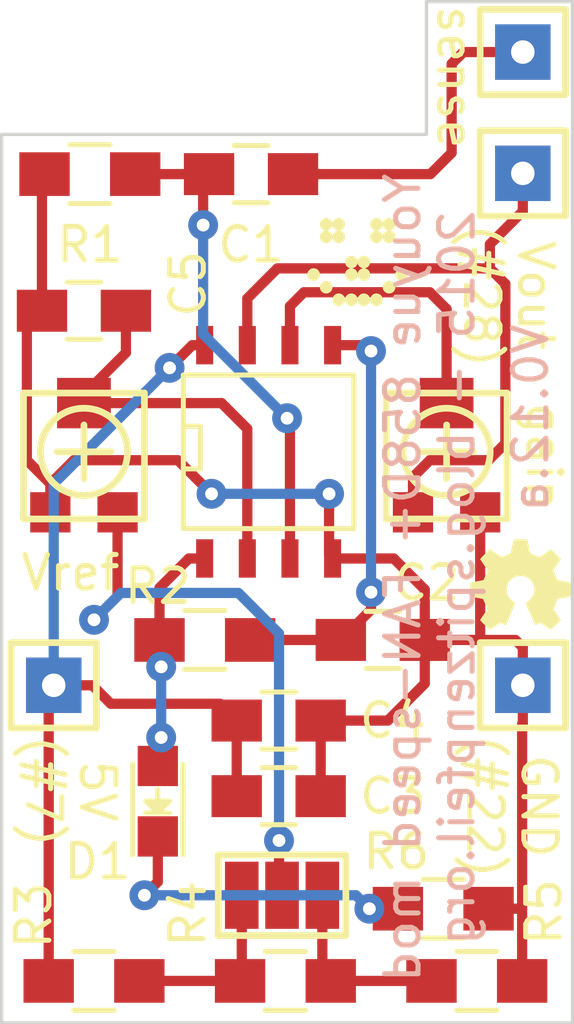
<source format=kicad_pcb>

(kicad_pcb
  (version 4)
  (host pcbnew "(2015-12-01 BZR 6337, Git 6f5a49b)-product")
  (general
    (links 32)
    (no_connects 0)
    (area 172.460267 21.6536 197.109734 56.5314)
    (thickness 1.6)
    (drawings 14)
    (tracks 124)
    (zones 0)
    (modules 22)
    (nets 14))
  (page A4)
  (title_block
    (title "Youyue 858D+ FAN-speed mod")
    (date 2015-12-03)
    (rev 0.12.a)
    (company "2015 - blog.spitzenpfeil.org"))
  (layers
    (0 F.Cu mixed)
    (31 B.Cu mixed)
    (34 B.Paste user)
    (35 F.Paste user)
    (36 B.SilkS user)
    (37 F.SilkS user)
    (38 B.Mask user)
    (39 F.Mask user)
    (40 Dwgs.User user)
    (41 Cmts.User user)
    (44 Edge.Cuts user)
    (46 B.CrtYd user)
    (47 F.CrtYd user)
    (48 B.Fab user)
    (49 F.Fab user))
  (setup
    (last_trace_width 0.3048)
    (trace_clearance 0.4064)
    (zone_clearance 0.508)
    (zone_45_only no)
    (trace_min 0.2032)
    (segment_width 0.2)
    (edge_width 0.1)
    (via_size 0.889)
    (via_drill 0.381)
    (via_min_size 0.3302)
    (via_min_drill 0.2032)
    (uvia_size 0.4064)
    (uvia_drill 0.2032)
    (uvias_allowed no)
    (uvia_min_size 0)
    (uvia_min_drill 0)
    (pcb_text_width 0.3)
    (pcb_text_size 1.5 1.5)
    (mod_edge_width 0.15)
    (mod_text_size 1 1)
    (mod_text_width 0.15)
    (pad_size 1.65 1.65)
    (pad_drill 0.7)
    (pad_to_mask_clearance 0.2)
    (aux_axis_origin 0 0)
    (visible_elements FFFFFF7F)
    (pcbplotparams
      (layerselection 0x010f0_80000001)
      (usegerberextensions true)
      (excludeedgelayer true)
      (linewidth 0.1)
      (plotframeref false)
      (viasonmask false)
      (mode 1)
      (useauxorigin false)
      (hpglpennumber 1)
      (hpglpenspeed 20)
      (hpglpendiameter 15)
      (hpglpenoverlay 2)
      (psnegative false)
      (psa4output false)
      (plotreference true)
      (plotvalue true)
      (plotinvisibletext false)
      (padsonsilk false)
      (subtractmaskfromsilk true)
      (outputformat 1)
      (mirror false)
      (drillshape 0)
      (scaleselection 1)
      (outputdirectory gerber_files/)))
  (net 0 "")
  (net 1 /I_BLDC)
  (net 2 "Net-(C1-Pad2)")
  (net 3 "Net-(C2-Pad1)")
  (net 4 GND)
  (net 5 +5V)
  (net 6 /V_ref)
  (net 7 "Net-(JP1-Pad1)")
  (net 8 "Net-(JP1-Pad2)")
  (net 9 "Net-(JP1-Pad3)")
  (net 10 /V_out)
  (net 11 "Net-(RV2-Pad2)")
  (net 12 /comp_adj)
  (net 13 "Net-(D1-Pad1)")
  (net_class Default "This is the default net class."
    (clearance 0.4064)
    (trace_width 0.3048)
    (via_dia 0.889)
    (via_drill 0.381)
    (uvia_dia 0.4064)
    (uvia_drill 0.2032)
    (add_net +5V)
    (add_net /I_BLDC)
    (add_net /V_out)
    (add_net /V_ref)
    (add_net /comp_adj)
    (add_net GND)
    (add_net "Net-(C1-Pad2)")
    (add_net "Net-(C2-Pad1)")
    (add_net "Net-(D1-Pad1)")
    (add_net "Net-(JP1-Pad1)")
    (add_net "Net-(JP1-Pad2)")
    (add_net "Net-(JP1-Pad3)")
    (add_net "Net-(RV2-Pad2)"))
  (module Capacitors_SMD:C_0805_HandSoldering
    (layer F.Cu)
    (tedit 56180396)
    (tstamp 561813B1)
    (at 183.676174 29.233456 180)
    (descr "Capacitor SMD 0805, hand soldering")
    (tags "capacitor 0805")
    (path /5617FA72)
    (attr smd)
    (fp_text reference C1
      (at 0 -2.1 180)
      (layer F.SilkS)
      (effects
        (font
          (size 1 1)
          (thickness 0.15))))
    (fp_text value 100n
      (at 0 2.1 180)
      (layer F.Fab) hide
      (effects
        (font
          (size 1 1)
          (thickness 0.15))))
    (fp_line
      (start -2.3 -1)
      (end 2.3 -1)
      (layer F.CrtYd)
      (width 0.05))
    (fp_line
      (start -2.3 1)
      (end 2.3 1)
      (layer F.CrtYd)
      (width 0.05))
    (fp_line
      (start -2.3 -1)
      (end -2.3 1)
      (layer F.CrtYd)
      (width 0.05))
    (fp_line
      (start 2.3 -1)
      (end 2.3 1)
      (layer F.CrtYd)
      (width 0.05))
    (fp_line
      (start 0.5 -0.85)
      (end -0.5 -0.85)
      (layer F.SilkS)
      (width 0.15))
    (fp_line
      (start -0.5 0.85)
      (end 0.5 0.85)
      (layer F.SilkS)
      (width 0.15))
    (pad 1 smd rect
      (at -1.25 0 180)
      (size 1.5 1.25)
      (layers F.Cu F.Paste F.Mask)
      (net 1 /I_BLDC))
    (pad 2 smd rect
      (at 1.25 0 180)
      (size 1.5 1.25)
      (layers F.Cu F.Paste F.Mask)
      (net 2 "Net-(C1-Pad2)"))
    (model Capacitors_SMD.3dshapes/C_0805_HandSoldering.wrl
      (at
        (xyz 0 0 0))
      (scale
        (xyz 1 1 1))
      (rotate
        (xyz 0 0 0))))
  (module Capacitors_SMD:C_0805_HandSoldering
    (layer F.Cu)
    (tedit 5618068A)
    (tstamp 561813B7)
    (at 187.6 43.1)
    (descr "Capacitor SMD 0805, hand soldering")
    (tags "capacitor 0805")
    (path /56601AF9)
    (attr smd)
    (fp_text reference C2
      (at 1.3 -1.7)
      (layer F.SilkS)
      (effects
        (font
          (size 1 1)
          (thickness 0.15))))
    (fp_text value 1µF
      (at 0 2.1)
      (layer F.Fab) hide
      (effects
        (font
          (size 1 1)
          (thickness 0.15))))
    (fp_line
      (start -2.3 -1)
      (end 2.3 -1)
      (layer F.CrtYd)
      (width 0.05))
    (fp_line
      (start -2.3 1)
      (end 2.3 1)
      (layer F.CrtYd)
      (width 0.05))
    (fp_line
      (start -2.3 -1)
      (end -2.3 1)
      (layer F.CrtYd)
      (width 0.05))
    (fp_line
      (start 2.3 -1)
      (end 2.3 1)
      (layer F.CrtYd)
      (width 0.05))
    (fp_line
      (start 0.5 -0.85)
      (end -0.5 -0.85)
      (layer F.SilkS)
      (width 0.15))
    (fp_line
      (start -0.5 0.85)
      (end 0.5 0.85)
      (layer F.SilkS)
      (width 0.15))
    (pad 1 smd rect
      (at -1.25 0)
      (size 1.5 1.25)
      (layers F.Cu F.Paste F.Mask)
      (net 3 "Net-(C2-Pad1)"))
    (pad 2 smd rect
      (at 1.25 0)
      (size 1.5 1.25)
      (layers F.Cu F.Paste F.Mask)
      (net 4 GND))
    (model Capacitors_SMD.3dshapes/C_0805_HandSoldering.wrl
      (at
        (xyz 0 0 0))
      (scale
        (xyz 1 1 1))
      (rotate
        (xyz 0 0 0))))
  (module Capacitors_SMD:C_0805_HandSoldering
    (layer F.Cu)
    (tedit 561806CA)
    (tstamp 561813BD)
    (at 184.5 47.75)
    (descr "Capacitor SMD 0805, hand soldering")
    (tags "capacitor 0805")
    (path /56180447)
    (attr smd)
    (fp_text reference C3
      (at 3.4 0)
      (layer F.SilkS)
      (effects
        (font
          (size 1 1)
          (thickness 0.15))))
    (fp_text value 100n
      (at 0 2.1)
      (layer F.Fab) hide
      (effects
        (font
          (size 1 1)
          (thickness 0.15))))
    (fp_line
      (start -2.3 -1)
      (end 2.3 -1)
      (layer F.CrtYd)
      (width 0.05))
    (fp_line
      (start -2.3 1)
      (end 2.3 1)
      (layer F.CrtYd)
      (width 0.05))
    (fp_line
      (start -2.3 -1)
      (end -2.3 1)
      (layer F.CrtYd)
      (width 0.05))
    (fp_line
      (start 2.3 -1)
      (end 2.3 1)
      (layer F.CrtYd)
      (width 0.05))
    (fp_line
      (start 0.5 -0.85)
      (end -0.5 -0.85)
      (layer F.SilkS)
      (width 0.15))
    (fp_line
      (start -0.5 0.85)
      (end 0.5 0.85)
      (layer F.SilkS)
      (width 0.15))
    (pad 1 smd rect
      (at -1.25 0)
      (size 1.5 1.25)
      (layers F.Cu F.Paste F.Mask)
      (net 5 +5V))
    (pad 2 smd rect
      (at 1.25 0)
      (size 1.5 1.25)
      (layers F.Cu F.Paste F.Mask)
      (net 4 GND))
    (model Capacitors_SMD.3dshapes/C_0805_HandSoldering.wrl
      (at
        (xyz 0 0 0))
      (scale
        (xyz 1 1 1))
      (rotate
        (xyz 0 0 0))))
  (module Capacitors_SMD:C_0805_HandSoldering
    (layer F.Cu)
    (tedit 561806CC)
    (tstamp 561813C3)
    (at 184.5 45.5)
    (descr "Capacitor SMD 0805, hand soldering")
    (tags "capacitor 0805")
    (path /56180666)
    (attr smd)
    (fp_text reference C4
      (at 3.4 0)
      (layer F.SilkS)
      (effects
        (font
          (size 1 1)
          (thickness 0.15))))
    (fp_text value 1µ
      (at 0 2.1)
      (layer F.Fab) hide
      (effects
        (font
          (size 1 1)
          (thickness 0.15))))
    (fp_line
      (start -2.3 -1)
      (end 2.3 -1)
      (layer F.CrtYd)
      (width 0.05))
    (fp_line
      (start -2.3 1)
      (end 2.3 1)
      (layer F.CrtYd)
      (width 0.05))
    (fp_line
      (start -2.3 -1)
      (end -2.3 1)
      (layer F.CrtYd)
      (width 0.05))
    (fp_line
      (start 2.3 -1)
      (end 2.3 1)
      (layer F.CrtYd)
      (width 0.05))
    (fp_line
      (start 0.5 -0.85)
      (end -0.5 -0.85)
      (layer F.SilkS)
      (width 0.15))
    (fp_line
      (start -0.5 0.85)
      (end 0.5 0.85)
      (layer F.SilkS)
      (width 0.15))
    (pad 1 smd rect
      (at -1.25 0)
      (size 1.5 1.25)
      (layers F.Cu F.Paste F.Mask)
      (net 5 +5V))
    (pad 2 smd rect
      (at 1.25 0)
      (size 1.5 1.25)
      (layers F.Cu F.Paste F.Mask)
      (net 4 GND))
    (model Capacitors_SMD.3dshapes/C_0805_HandSoldering.wrl
      (at
        (xyz 0 0 0))
      (scale
        (xyz 1 1 1))
      (rotate
        (xyz 0 0 0))))
  (module Capacitors_SMD:C_0805_HandSoldering
    (layer F.Cu)
    (tedit 56180652)
    (tstamp 561813C9)
    (at 178.7 33.3 180)
    (descr "Capacitor SMD 0805, hand soldering")
    (tags "capacitor 0805")
    (path /5618A672)
    (attr smd)
    (fp_text reference C5
      (at -3.1 0.8 270)
      (layer F.SilkS)
      (effects
        (font
          (size 1 1)
          (thickness 0.15))))
    (fp_text value 1µ
      (at 0 2.1 180)
      (layer F.Fab) hide
      (effects
        (font
          (size 1 1)
          (thickness 0.15))))
    (fp_line
      (start -2.3 -1)
      (end 2.3 -1)
      (layer F.CrtYd)
      (width 0.05))
    (fp_line
      (start -2.3 1)
      (end 2.3 1)
      (layer F.CrtYd)
      (width 0.05))
    (fp_line
      (start -2.3 -1)
      (end -2.3 1)
      (layer F.CrtYd)
      (width 0.05))
    (fp_line
      (start 2.3 -1)
      (end 2.3 1)
      (layer F.CrtYd)
      (width 0.05))
    (fp_line
      (start 0.5 -0.85)
      (end -0.5 -0.85)
      (layer F.SilkS)
      (width 0.15))
    (fp_line
      (start -0.5 0.85)
      (end 0.5 0.85)
      (layer F.SilkS)
      (width 0.15))
    (pad 1 smd rect
      (at -1.25 0 180)
      (size 1.5 1.25)
      (layers F.Cu F.Paste F.Mask)
      (net 6 /V_ref))
    (pad 2 smd rect
      (at 1.25 0 180)
      (size 1.5 1.25)
      (layers F.Cu F.Paste F.Mask)
      (net 4 GND))
    (model Capacitors_SMD.3dshapes/C_0805_HandSoldering.wrl
      (at
        (xyz 0 0 0))
      (scale
        (xyz 1 1 1))
      (rotate
        (xyz 0 0 0))))
  (module my_parts:SMD-solder-bridge-3pin
    (layer F.Cu)
    (tedit 56180570)
    (tstamp 561813D4)
    (at 184.6 50.7 180)
    (path /561814E4)
    (clearance 0.1016)
    (fp_text reference JP1
      (at 0 -2.2 180)
      (layer F.SilkS) hide
      (effects
        (font
          (size 1 1)
          (thickness 0.2))))
    (fp_text value SMD-JUMPER3
      (at 0 2.3 180)
      (layer F.SilkS) hide
      (effects
        (font
          (size 1 1)
          (thickness 0.2))))
    (fp_line
      (start -1.9 -1.2)
      (end 1.9 -1.2)
      (layer F.SilkS)
      (width 0.2))
    (fp_line
      (start 1.9 -1.2)
      (end 1.9 1.2)
      (layer F.SilkS)
      (width 0.2))
    (fp_line
      (start 1.9 1.2)
      (end -1.9 1.2)
      (layer F.SilkS)
      (width 0.2))
    (fp_line
      (start -1.9 1.2)
      (end -1.9 -1.2)
      (layer F.SilkS)
      (width 0.2))
    (pad 1 smd rect
      (at -1.2 0 180)
      (size 1 2)
      (layers F.Cu F.Mask)
      (net 7 "Net-(JP1-Pad1)"))
    (pad 2 smd rect
      (at 0 0 180)
      (size 1 2)
      (layers F.Cu F.Mask)
      (net 8 "Net-(JP1-Pad2)")
      (solder_mask_margin 0.3))
    (pad 3 smd rect
      (at 1.2 0 180)
      (size 1 2)
      (layers F.Cu F.Mask)
      (net 9 "Net-(JP1-Pad3)")))
  (module SIL-Headers:SIL-1
    (layer F.Cu)
    (tedit 56180335)
    (tstamp 561813DD)
    (at 191.77 25.6)
    (tags "CONN DEV")
    (path /561888B7)
    (fp_text reference P1
      (at 0 -2.54)
      (layer F.SilkS) hide
      (effects
        (font
          (size 1 1)
          (thickness 0.2))))
    (fp_text value CONN_01X01
      (at 0 2.54)
      (layer F.SilkS) hide
      (effects
        (font
          (size 1 1)
          (thickness 0.2))))
    (fp_line
      (start -1.27 1.27)
      (end 1.27 1.27)
      (layer F.SilkS)
      (width 0.2))
    (fp_line
      (start -1.27 -1.27)
      (end 1.27 -1.27)
      (layer F.SilkS)
      (width 0.2))
    (fp_line
      (start 1.27 -1.27)
      (end 1.27 1.27)
      (layer F.SilkS)
      (width 0.2))
    (fp_line
      (start -1.27 1.27)
      (end -1.27 -1.27)
      (layer F.SilkS)
      (width 0.2))
    (pad 1 thru_hole rect
      (at 0 0)
      (size 1.65 1.65)
      (drill 0.7)
      (layers *.Cu *.Mask)
      (net 1 /I_BLDC)))
  (module SIL-Headers:SIL-1
    (layer F.Cu)
    (tedit 56180973)
    (tstamp 561813000000.0)
    (at 191.77 29.21)
    (tags "CONN DEV")
    (path /56188E21)
    (fp_text reference P2
      (at 0 -2.54)
      (layer F.SilkS) hide
      (effects
        (font
          (size 1 1)
          (thickness 0.2))))
    (fp_text value CONN_01X01
      (at 0 2.54)
      (layer F.SilkS) hide
      (effects
        (font
          (size 1 1)
          (thickness 0.2))))
    (fp_line
      (start -1.27 1.27)
      (end 1.27 1.27)
      (layer F.SilkS)
      (width 0.2))
    (fp_line
      (start -1.27 -1.27)
      (end 1.27 -1.27)
      (layer F.SilkS)
      (width 0.2))
    (fp_line
      (start 1.27 -1.27)
      (end 1.27 1.27)
      (layer F.SilkS)
      (width 0.2))
    (fp_line
      (start -1.27 1.27)
      (end -1.27 -1.27)
      (layer F.SilkS)
      (width 0.2))
    (pad 1 thru_hole rect
      (at 0 0)
      (size 1.65 1.65)
      (drill 0.7)
      (layers *.Cu *.Mask)
      (net 10 /V_out)))
  (module SIL-Headers:SIL-1
    (layer F.Cu)
    (tedit 561801F1)
    (tstamp 561813EF)
    (at 177.8 44.45)
    (tags "CONN DEV")
    (path /56189A4A)
    (fp_text reference P3
      (at 0 -2.54)
      (layer F.SilkS) hide
      (effects
        (font
          (size 1 1)
          (thickness 0.2))))
    (fp_text value CONN_01X01
      (at 0 2.54)
      (layer F.SilkS) hide
      (effects
        (font
          (size 1 1)
          (thickness 0.2))))
    (fp_line
      (start -1.27 1.27)
      (end 1.27 1.27)
      (layer F.SilkS)
      (width 0.2))
    (fp_line
      (start -1.27 -1.27)
      (end 1.27 -1.27)
      (layer F.SilkS)
      (width 0.2))
    (fp_line
      (start 1.27 -1.27)
      (end 1.27 1.27)
      (layer F.SilkS)
      (width 0.2))
    (fp_line
      (start -1.27 1.27)
      (end -1.27 -1.27)
      (layer F.SilkS)
      (width 0.2))
    (pad 1 thru_hole rect
      (at 0 0)
      (size 1.65 1.65)
      (drill 0.7)
      (layers *.Cu *.Mask)
      (net 5 +5V)))
  (module SIL-Headers:SIL-1
    (layer F.Cu)
    (tedit 561801F5)
    (tstamp 561813F8)
    (at 191.77 44.45)
    (tags "CONN DEV")
    (path /56189A9F)
    (fp_text reference P4
      (at 0 -2.54)
      (layer F.SilkS) hide
      (effects
        (font
          (size 1 1)
          (thickness 0.2))))
    (fp_text value CONN_01X01
      (at 0 2.54)
      (layer F.SilkS) hide
      (effects
        (font
          (size 1 1)
          (thickness 0.2))))
    (fp_line
      (start -1.27 1.27)
      (end 1.27 1.27)
      (layer F.SilkS)
      (width 0.2))
    (fp_line
      (start -1.27 -1.27)
      (end 1.27 -1.27)
      (layer F.SilkS)
      (width 0.2))
    (fp_line
      (start 1.27 -1.27)
      (end 1.27 1.27)
      (layer F.SilkS)
      (width 0.2))
    (fp_line
      (start -1.27 1.27)
      (end -1.27 -1.27)
      (layer F.SilkS)
      (width 0.2))
    (pad 1 thru_hole rect
      (at 0 0)
      (size 1.65 1.65)
      (drill 0.7)
      (layers *.Cu *.Mask)
      (net 4 GND)))
  (module Resistors_SMD:R_0805_HandSoldering
    (layer F.Cu)
    (tedit 5618039F)
    (tstamp 561813FE)
    (at 178.876174 29.233456 180)
    (descr "Resistor SMD 0805, hand soldering")
    (tags "resistor 0805")
    (path /5617FACF)
    (attr smd)
    (fp_text reference R1
      (at 0 -2.1 180)
      (layer F.SilkS)
      (effects
        (font
          (size 1 1)
          (thickness 0.15))))
    (fp_text value 1M
      (at 0 2.1 180)
      (layer F.Fab) hide
      (effects
        (font
          (size 1 1)
          (thickness 0.15))))
    (fp_line
      (start -2.4 -1)
      (end 2.4 -1)
      (layer F.CrtYd)
      (width 0.05))
    (fp_line
      (start -2.4 1)
      (end 2.4 1)
      (layer F.CrtYd)
      (width 0.05))
    (fp_line
      (start -2.4 -1)
      (end -2.4 1)
      (layer F.CrtYd)
      (width 0.05))
    (fp_line
      (start 2.4 -1)
      (end 2.4 1)
      (layer F.CrtYd)
      (width 0.05))
    (fp_line
      (start 0.6 0.875)
      (end -0.6 0.875)
      (layer F.SilkS)
      (width 0.15))
    (fp_line
      (start -0.6 -0.875)
      (end 0.6 -0.875)
      (layer F.SilkS)
      (width 0.15))
    (pad 1 smd rect
      (at -1.35 0 180)
      (size 1.5 1.3)
      (layers F.Cu F.Paste F.Mask)
      (net 2 "Net-(C1-Pad2)"))
    (pad 2 smd rect
      (at 1.35 0 180)
      (size 1.5 1.3)
      (layers F.Cu F.Paste F.Mask)
      (net 4 GND))
    (model Resistors_SMD.3dshapes/R_0805_HandSoldering.wrl
      (at
        (xyz 0 0 0))
      (scale
        (xyz 1 1 1))
      (rotate
        (xyz 0 0 0))))
  (module Resistors_SMD:R_0805_HandSoldering
    (layer F.Cu)
    (tedit 561805F9)
    (tstamp 56181404)
    (at 182.3 43.1 180)
    (descr "Resistor SMD 0805, hand soldering")
    (tags "resistor 0805")
    (path /5617FB3A)
    (attr smd)
    (fp_text reference R2
      (at 1.4 1.6 360)
      (layer F.SilkS)
      (effects
        (font
          (size 1 1)
          (thickness 0.15))))
    (fp_text value 100k
      (at 0 2.1 180)
      (layer F.Fab) hide
      (effects
        (font
          (size 1 1)
          (thickness 0.15))))
    (fp_line
      (start -2.4 -1)
      (end 2.4 -1)
      (layer F.CrtYd)
      (width 0.05))
    (fp_line
      (start -2.4 1)
      (end 2.4 1)
      (layer F.CrtYd)
      (width 0.05))
    (fp_line
      (start -2.4 -1)
      (end -2.4 1)
      (layer F.CrtYd)
      (width 0.05))
    (fp_line
      (start 2.4 -1)
      (end 2.4 1)
      (layer F.CrtYd)
      (width 0.05))
    (fp_line
      (start 0.6 0.875)
      (end -0.6 0.875)
      (layer F.SilkS)
      (width 0.15))
    (fp_line
      (start -0.6 -0.875)
      (end 0.6 -0.875)
      (layer F.SilkS)
      (width 0.15))
    (pad 1 smd rect
      (at -1.35 0 180)
      (size 1.5 1.3)
      (layers F.Cu F.Paste F.Mask)
      (net 3 "Net-(C2-Pad1)"))
    (pad 2 smd rect
      (at 1.35 0 180)
      (size 1.5 1.3)
      (layers F.Cu F.Paste F.Mask)
      (net 12 /comp_adj))
    (model Resistors_SMD.3dshapes/R_0805_HandSoldering.wrl
      (at
        (xyz 0 0 0))
      (scale
        (xyz 1 1 1))
      (rotate
        (xyz 0 0 0))))
  (module Resistors_SMD:R_0805_HandSoldering
    (layer F.Cu)
    (tedit 56180535)
    (tstamp 5618140A)
    (at 179 53.25)
    (descr "Resistor SMD 0805, hand soldering")
    (tags "resistor 0805")
    (path /5617FB8B)
    (attr smd)
    (fp_text reference R3
      (at -1.8 -1.95 90)
      (layer F.SilkS)
      (effects
        (font
          (size 1 1)
          (thickness 0.15))))
    (fp_text value 10k
      (at 0 2.1)
      (layer F.Fab) hide
      (effects
        (font
          (size 1 1)
          (thickness 0.15))))
    (fp_line
      (start -2.4 -1)
      (end 2.4 -1)
      (layer F.CrtYd)
      (width 0.05))
    (fp_line
      (start -2.4 1)
      (end 2.4 1)
      (layer F.CrtYd)
      (width 0.05))
    (fp_line
      (start -2.4 -1)
      (end -2.4 1)
      (layer F.CrtYd)
      (width 0.05))
    (fp_line
      (start 2.4 -1)
      (end 2.4 1)
      (layer F.CrtYd)
      (width 0.05))
    (fp_line
      (start 0.6 0.875)
      (end -0.6 0.875)
      (layer F.SilkS)
      (width 0.15))
    (fp_line
      (start -0.6 -0.875)
      (end 0.6 -0.875)
      (layer F.SilkS)
      (width 0.15))
    (pad 1 smd rect
      (at -1.35 0)
      (size 1.5 1.3)
      (layers F.Cu F.Paste F.Mask)
      (net 5 +5V))
    (pad 2 smd rect
      (at 1.35 0)
      (size 1.5 1.3)
      (layers F.Cu F.Paste F.Mask)
      (net 9 "Net-(JP1-Pad3)"))
    (model Resistors_SMD.3dshapes/R_0805_HandSoldering.wrl
      (at
        (xyz 0 0 0))
      (scale
        (xyz 1 1 1))
      (rotate
        (xyz 0 0 0))))
  (module Resistors_SMD:R_0805_HandSoldering
    (layer F.Cu)
    (tedit 5618054F)
    (tstamp 56181410)
    (at 184.7 53.25)
    (descr "Resistor SMD 0805, hand soldering")
    (tags "resistor 0805")
    (path /56180F25)
    (attr smd)
    (fp_text reference R4
      (at -2.9 -2 90)
      (layer F.SilkS)
      (effects
        (font
          (size 1 1)
          (thickness 0.15))))
    (fp_text value 390R
      (at 0 2.1)
      (layer F.Fab) hide
      (effects
        (font
          (size 1 1)
          (thickness 0.15))))
    (fp_line
      (start -2.4 -1)
      (end 2.4 -1)
      (layer F.CrtYd)
      (width 0.05))
    (fp_line
      (start -2.4 1)
      (end 2.4 1)
      (layer F.CrtYd)
      (width 0.05))
    (fp_line
      (start -2.4 -1)
      (end -2.4 1)
      (layer F.CrtYd)
      (width 0.05))
    (fp_line
      (start 2.4 -1)
      (end 2.4 1)
      (layer F.CrtYd)
      (width 0.05))
    (fp_line
      (start 0.6 0.875)
      (end -0.6 0.875)
      (layer F.SilkS)
      (width 0.15))
    (fp_line
      (start -0.6 -0.875)
      (end 0.6 -0.875)
      (layer F.SilkS)
      (width 0.15))
    (pad 1 smd rect
      (at -1.35 0)
      (size 1.5 1.3)
      (layers F.Cu F.Paste F.Mask)
      (net 9 "Net-(JP1-Pad3)"))
    (pad 2 smd rect
      (at 1.35 0)
      (size 1.5 1.3)
      (layers F.Cu F.Paste F.Mask)
      (net 7 "Net-(JP1-Pad1)"))
    (model Resistors_SMD.3dshapes/R_0805_HandSoldering.wrl
      (at
        (xyz 0 0 0))
      (scale
        (xyz 1 1 1))
      (rotate
        (xyz 0 0 0))))
  (module Resistors_SMD:R_0805_HandSoldering
    (layer F.Cu)
    (tedit 56180551)
    (tstamp 56181416)
    (at 190.4 53.25)
    (descr "Resistor SMD 0805, hand soldering")
    (tags "resistor 0805")
    (path /5617FBBC)
    (attr smd)
    (fp_text reference R5
      (at 2 -2.05 90)
      (layer F.SilkS)
      (effects
        (font
          (size 1 1)
          (thickness 0.15))))
    (fp_text value 390R
      (at 0 2.1)
      (layer F.Fab) hide
      (effects
        (font
          (size 1 1)
          (thickness 0.15))))
    (fp_line
      (start -2.4 -1)
      (end 2.4 -1)
      (layer F.CrtYd)
      (width 0.05))
    (fp_line
      (start -2.4 1)
      (end 2.4 1)
      (layer F.CrtYd)
      (width 0.05))
    (fp_line
      (start -2.4 -1)
      (end -2.4 1)
      (layer F.CrtYd)
      (width 0.05))
    (fp_line
      (start 2.4 -1)
      (end 2.4 1)
      (layer F.CrtYd)
      (width 0.05))
    (fp_line
      (start 0.6 0.875)
      (end -0.6 0.875)
      (layer F.SilkS)
      (width 0.15))
    (fp_line
      (start -0.6 -0.875)
      (end 0.6 -0.875)
      (layer F.SilkS)
      (width 0.15))
    (pad 1 smd rect
      (at -1.35 0)
      (size 1.5 1.3)
      (layers F.Cu F.Paste F.Mask)
      (net 7 "Net-(JP1-Pad1)"))
    (pad 2 smd rect
      (at 1.35 0)
      (size 1.5 1.3)
      (layers F.Cu F.Paste F.Mask)
      (net 4 GND))
    (model Resistors_SMD.3dshapes/R_0805_HandSoldering.wrl
      (at
        (xyz 0 0 0))
      (scale
        (xyz 1 1 1))
      (rotate
        (xyz 0 0 0))))
  (module my_parts:MADW__TC33X-POT
    (layer F.Cu)
    (tedit 56180597)
    (tstamp 56181425)
    (at 178.7 37.5)
    (path /5617F91A)
    (fp_text reference RV1
      (at -0.01 -3.44)
      (layer F.SilkS) hide
      (effects
        (font
          (size 1 1)
          (thickness 0.2))))
    (fp_text value 4k7
      (at 0 3.85064)
      (layer F.SilkS) hide
      (effects
        (font
          (size 1 1)
          (thickness 0.2))))
    (fp_line
      (start -0.8001 0)
      (end 0.8001 0)
      (layer F.SilkS)
      (width 0.2))
    (fp_line
      (start 0 -0.8001)
      (end 0 0.8001)
      (layer F.SilkS)
      (width 0.2))
    (fp_line
      (start 0 -1.75006)
      (end 1.80086 -1.75006)
      (layer F.SilkS)
      (width 0.2))
    (fp_line
      (start 1.80086 -1.75006)
      (end 1.80086 1.99898)
      (layer F.SilkS)
      (width 0.2))
    (fp_line
      (start 1.80086 1.99898)
      (end -1.80086 1.99898)
      (layer F.SilkS)
      (width 0.2))
    (fp_line
      (start -1.80086 1.99898)
      (end -1.80086 -1.75006)
      (layer F.SilkS)
      (width 0.2))
    (fp_line
      (start -1.80086 -1.75006)
      (end 0 -1.75006)
      (layer F.SilkS)
      (width 0.2))
    (fp_circle
      (center 0 0)
      (end 1.15062 0.59944)
      (layer F.SilkS)
      (width 0.2))
    (pad 1 smd rect
      (at -1.00076 1.80086)
      (size 1.19888 1.19888)
      (layers F.Cu F.Paste F.Mask)
      (net 4 GND))
    (pad 3 smd rect
      (at 1.00076 1.80086)
      (size 1.19888 1.19888)
      (layers F.Cu F.Paste F.Mask)
      (net 8 "Net-(JP1-Pad2)"))
    (pad 2 smd rect
      (at 0 -1.45034)
      (size 1.6002 1.50114)
      (layers F.Cu F.Paste F.Mask)
      (net 6 /V_ref)))
  (module SMD_Packages:SOIC-8-N
    (layer F.Cu)
    (tedit 561803B9)
    (tstamp 5618143F)
    (at 184.2 37.5)
    (descr "Module Narrow CMS SOJ 8 pins large")
    (tags "CMS SOJ")
    (path /5617F62A)
    (attr smd)
    (fp_text reference U1
      (at 0 -1.27)
      (layer F.SilkS) hide
      (effects
        (font
          (size 1 1)
          (thickness 0.15))))
    (fp_text value LM2904
      (at 0 1.27)
      (layer F.Fab) hide
      (effects
        (font
          (size 1 1)
          (thickness 0.15))))
    (fp_line
      (start -2.54 -2.286)
      (end 2.54 -2.286)
      (layer F.SilkS)
      (width 0.15))
    (fp_line
      (start 2.54 -2.286)
      (end 2.54 2.286)
      (layer F.SilkS)
      (width 0.15))
    (fp_line
      (start 2.54 2.286)
      (end -2.54 2.286)
      (layer F.SilkS)
      (width 0.15))
    (fp_line
      (start -2.54 2.286)
      (end -2.54 -2.286)
      (layer F.SilkS)
      (width 0.15))
    (fp_line
      (start -2.54 -0.762)
      (end -2.032 -0.762)
      (layer F.SilkS)
      (width 0.15))
    (fp_line
      (start -2.032 -0.762)
      (end -2.032 0.508)
      (layer F.SilkS)
      (width 0.15))
    (fp_line
      (start -2.032 0.508)
      (end -2.54 0.508)
      (layer F.SilkS)
      (width 0.15))
    (pad 8 smd rect
      (at -1.905 -3.175)
      (size 0.508 1.143)
      (layers F.Cu F.Paste F.Mask)
      (net 5 +5V))
    (pad 7 smd rect
      (at -0.635 -3.175)
      (size 0.508 1.143)
      (layers F.Cu F.Paste F.Mask)
      (net 10 /V_out))
    (pad 6 smd rect
      (at 0.635 -3.175)
      (size 0.508 1.143)
      (layers F.Cu F.Paste F.Mask)
      (net 11 "Net-(RV2-Pad2)"))
    (pad 5 smd rect
      (at 1.905 -3.175)
      (size 0.508 1.143)
      (layers F.Cu F.Paste F.Mask)
      (net 3 "Net-(C2-Pad1)"))
    (pad 4 smd rect
      (at 1.905 3.175)
      (size 0.508 1.143)
      (layers F.Cu F.Paste F.Mask)
      (net 4 GND))
    (pad 3 smd rect
      (at 0.635 3.175)
      (size 0.508 1.143)
      (layers F.Cu F.Paste F.Mask)
      (net 2 "Net-(C1-Pad2)"))
    (pad 2 smd rect
      (at -0.635 3.175)
      (size 0.508 1.143)
      (layers F.Cu F.Paste F.Mask)
      (net 6 /V_ref))
    (pad 1 smd rect
      (at -1.905 3.175)
      (size 0.508 1.143)
      (layers F.Cu F.Paste F.Mask)
      (net 12 /comp_adj))
    (model SMD_Packages.3dshapes/SOIC-8-N.wrl
      (at
        (xyz 0 0 0))
      (scale
        (xyz 0.5 0.38 0.5))
      (rotate
        (xyz 0 0 0))))
  (module my_parts:MADW__TC33X-POT
    (layer F.Cu)
    (tedit 56180595)
    (tstamp 56181433)
    (at 189.5 37.5)
    (path /5617F887)
    (fp_text reference RV2
      (at -0.01 -3.44)
      (layer F.SilkS) hide
      (effects
        (font
          (size 1 1)
          (thickness 0.2))))
    (fp_text value 4k7
      (at 0 3.85064)
      (layer F.SilkS) hide
      (effects
        (font
          (size 1 1)
          (thickness 0.2))))
    (fp_line
      (start -0.8001 0)
      (end 0.8001 0)
      (layer F.SilkS)
      (width 0.2))
    (fp_line
      (start 0 -0.8001)
      (end 0 0.8001)
      (layer F.SilkS)
      (width 0.2))
    (fp_line
      (start 0 -1.75006)
      (end 1.80086 -1.75006)
      (layer F.SilkS)
      (width 0.2))
    (fp_line
      (start 1.80086 -1.75006)
      (end 1.80086 1.99898)
      (layer F.SilkS)
      (width 0.2))
    (fp_line
      (start 1.80086 1.99898)
      (end -1.80086 1.99898)
      (layer F.SilkS)
      (width 0.2))
    (fp_line
      (start -1.80086 1.99898)
      (end -1.80086 -1.75006)
      (layer F.SilkS)
      (width 0.2))
    (fp_line
      (start -1.80086 -1.75006)
      (end 0 -1.75006)
      (layer F.SilkS)
      (width 0.2))
    (fp_circle
      (center 0 0)
      (end 1.15062 0.59944)
      (layer F.SilkS)
      (width 0.2))
    (pad 1 smd rect
      (at -1.00076 1.80086)
      (size 1.19888 1.19888)
      (layers F.Cu F.Paste F.Mask)
      (net 10 /V_out))
    (pad 3 smd rect
      (at 1.00076 1.80086)
      (size 1.19888 1.19888)
      (layers F.Cu F.Paste F.Mask)
      (net 4 GND))
    (pad 2 smd rect
      (at 0 -1.45034)
      (size 1.6002 1.50114)
      (layers F.Cu F.Paste F.Mask)
      (net 11 "Net-(RV2-Pad2)")))
  (module led-smile:LED_smile_silkscreen_3mm
    (layer F.Cu)
    (tedit 0)
    (tstamp 5618312B)
    (at 186.85 31.85)
    (fp_text reference G***_2
      (at 0 1.7272)
      (layer F.SilkS) hide
      (effects
        (font
          (size 0.0381 0.0381)
          (thickness 0.00762))))
    (fp_text value LED_smile_silkscreen_3mm
      (at 0 -1.7272)
      (layer F.SilkS) hide
      (effects
        (font
          (size 0.0381 0.0381)
          (thickness 0.00762))))
    (fp_poly
      (pts
        (xy 0.56642 1.31064)
        (xy 0.60452 1.30556)
        (xy 0.63754 1.2954)
        (xy 0.65278 1.28778)
        (xy 0.6858 1.26492)
        (xy 0.7112 1.23698)
        (xy 0.72898 1.2065)
        (xy 0.74168 1.17094)
        (xy 0.7493 1.13538)
        (xy 0.74676 1.09728)
        (xy 0.73914 1.06172)
        (xy 0.72136 1.02616)
        (xy 0.7112 1.01092)
        (xy 0.69596 0.99314)
        (xy 0.67818 0.9779)
        (xy 0.66294 0.9652)
        (xy 0.65786 0.96266)
        (xy 0.62484 0.94742)
        (xy 0.59182 0.9398)
        (xy 0.55372 0.93726)
        (xy 0.54102 0.93726)
        (xy 0.5207 0.9398)
        (xy 0.50292 0.94488)
        (xy 0.4826 0.95504)
        (xy 0.45974 0.9652)
        (xy 0.42926 0.9906)
        (xy 0.4064 1.02108)
        (xy 0.38608 1.0541)
        (xy 0.381 1.06934)
        (xy 0.37592 1.08966)
        (xy 0.37338 1.10236)
        (xy 0.37338 1.1049)
        (xy 0.37338 1.1049)
        (xy 0.37338 1.09728)
        (xy 0.37338 1.09728)
        (xy 0.36576 1.07188)
        (xy 0.35814 1.04902)
        (xy 0.34544 1.02616)
        (xy 0.32512 0.99822)
        (xy 0.29718 0.97282)
        (xy 0.26416 0.9525)
        (xy 0.22606 0.9398)
        (xy 0.18796 0.93726)
        (xy 0.1778 0.93726)
        (xy 0.14732 0.9398)
        (xy 0.11938 0.94742)
        (xy 0.1143 0.94996)
        (xy 0.08128 0.96774)
        (xy 0.05334 0.9906)
        (xy 0.03048 1.02108)
        (xy 0.0127 1.05156)
        (xy 0.00254 1.08458)
        (xy 0.00254 1.08712)
        (xy 0 1.09474)
        (xy 0 1.09982)
        (xy 0 1.09982)
        (xy 0 1.09474)
        (xy -0.00254 1.08458)
        (xy -0.00254 1.08204)
        (xy -0.01524 1.04902)
        (xy -0.03302 1.016)
        (xy -0.05588 0.98806)
        (xy -0.07874 0.97028)
        (xy -0.11176 0.9525)
        (xy -0.14732 0.9398)
        (xy -0.18796 0.93726)
        (xy -0.2159 0.9398)
        (xy -0.25146 0.94742)
        (xy -0.28702 0.9652)
        (xy -0.3175 0.98806)
        (xy -0.34036 1.01854)
        (xy -0.34544 1.02362)
        (xy -0.35306 1.03632)
        (xy -0.35814 1.04902)
        (xy -0.36068 1.05664)
        (xy -0.3683 1.07442)
        (xy -0.37084 1.08966)
        (xy -0.37338 1.10236)
        (xy -0.37338 1.1049)
        (xy -0.37338 1.1049)
        (xy -0.37592 1.09728)
        (xy -0.37846 1.07696)
        (xy -0.38862 1.05156)
        (xy -0.39878 1.0287)
        (xy -0.42164 0.99822)
        (xy -0.45212 0.97282)
        (xy -0.48514 0.9525)
        (xy -0.5207 0.9398)
        (xy -0.5588 0.93726)
        (xy -0.59436 0.9398)
        (xy -0.63246 0.94996)
        (xy -0.66548 0.96774)
        (xy -0.69596 0.99314)
        (xy -0.7112 1.01092)
        (xy -0.7239 1.03124)
        (xy -0.7366 1.0541)
        (xy -0.74168 1.07442)
        (xy -0.7493 1.11252)
        (xy -0.74676 1.14808)
        (xy -0.73914 1.18364)
        (xy -0.7239 1.21666)
        (xy -0.70358 1.2446)
        (xy -0.67818 1.27)
        (xy -0.6477 1.29032)
        (xy -0.61468 1.30302)
        (xy -0.57658 1.31064)
        (xy -0.5715 1.31064)
        (xy -0.5334 1.31064)
        (xy -0.49784 1.30048)
        (xy -0.46482 1.28524)
        (xy -0.45212 1.27508)
        (xy -0.42672 1.25476)
        (xy -0.40386 1.22682)
        (xy -0.38862 1.19888)
        (xy -0.38608 1.18872)
        (xy -0.381 1.17348)
        (xy -0.37592 1.1557)
        (xy -0.37338 1.143)
        (xy -0.37338 1.13538)
        (xy -0.37338 1.143)
        (xy -0.37338 1.15062)
        (xy -0.3683 1.16586)
        (xy -0.36322 1.18618)
        (xy -0.35814 1.20142)
        (xy -0.34798 1.2192)
        (xy -0.32512 1.24968)
        (xy -0.29718 1.27508)
        (xy -0.26416 1.2954)
        (xy -0.22606 1.3081)
        (xy -0.22098 1.3081)
        (xy -0.19558 1.31064)
        (xy -0.16764 1.31064)
        (xy -0.14224 1.30556)
        (xy -0.11684 1.29794)
        (xy -0.08382 1.28016)
        (xy -0.0508 1.25476)
        (xy -0.0508 1.25222)
        (xy -0.02794 1.22682)
        (xy -0.0127 1.1938)
        (xy -0.00254 1.16332)
        (xy -0.00254 1.16078)
        (xy 0 1.15316)
        (xy 0 1.14808)
        (xy 0 1.15062)
        (xy 0.00254 1.15824)
        (xy 0.00254 1.16078)
        (xy 0.00762 1.1811)
        (xy 0.01524 1.20142)
        (xy 0.02794 1.22174)
        (xy 0.04318 1.2446)
        (xy 0.07112 1.27254)
        (xy 0.10414 1.29286)
        (xy 0.14224 1.30556)
        (xy 0.14732 1.3081)
        (xy 0.17272 1.31064)
        (xy 0.20066 1.31064)
        (xy 0.22606 1.3081)
        (xy 0.24638 1.30048)
        (xy 0.28194 1.28524)
        (xy 0.31242 1.26238)
        (xy 0.33782 1.23444)
        (xy 0.35814 1.20142)
        (xy 0.36068 1.19126)
        (xy 0.3683 1.17348)
        (xy 0.37084 1.1557)
        (xy 0.37338 1.143)
        (xy 0.37338 1.143)
        (xy 0.37338 1.143)
        (xy 0.37592 1.15062)
        (xy 0.37592 1.15062)
        (xy 0.381 1.17348)
        (xy 0.39116 1.19888)
        (xy 0.40132 1.22174)
        (xy 0.4064 1.22936)
        (xy 0.42926 1.2573)
        (xy 0.45974 1.28016)
        (xy 0.49276 1.29794)
        (xy 0.52832 1.3081)
        (xy 0.56642 1.31064))
      (layer F.SilkS)
      (width 0.00254))
    (fp_poly
      (pts
        (xy -0.94742 0.93726)
        (xy -0.92456 0.93472)
        (xy -0.90424 0.93472)
        (xy -0.87884 0.9271)
        (xy -0.84328 0.91186)
        (xy -0.8128 0.889)
        (xy -0.7874 0.86106)
        (xy -0.76708 0.82804)
        (xy -0.75438 0.79248)
        (xy -0.7493 0.75438)
        (xy -0.75184 0.71628)
        (xy -0.762 0.68072)
        (xy -0.77724 0.6477)
        (xy -0.80264 0.61722)
        (xy -0.83312 0.59182)
        (xy -0.84074 0.58674)
        (xy -0.87884 0.5715)
        (xy -0.9144 0.56134)
        (xy -0.95504 0.56134)
        (xy -0.99314 0.56896)
        (xy -1.02362 0.58166)
        (xy -1.05664 0.60452)
        (xy -1.08204 0.63246)
        (xy -1.1049 0.66548)
        (xy -1.1176 0.70358)
        (xy -1.12268 0.72136)
        (xy -1.12268 0.74676)
        (xy -1.12268 0.76962)
        (xy -1.12014 0.78994)
        (xy -1.1176 0.79756)
        (xy -1.10236 0.83566)
        (xy -1.08204 0.86868)
        (xy -1.05156 0.89662)
        (xy -1.01854 0.91694)
        (xy -1.0033 0.92456)
        (xy -0.98044 0.93218)
        (xy -0.96012 0.93472)
        (xy -0.94742 0.93726))
      (layer F.SilkS)
      (width 0.00254))
    (fp_poly
      (pts
        (xy 0.9398 0.93726)
        (xy 0.9779 0.93218)
        (xy 1.016 0.91948)
        (xy 1.05156 0.89662)
        (xy 1.05918 0.89154)
        (xy 1.08458 0.8636)
        (xy 1.1049 0.83058)
        (xy 1.1176 0.79502)
        (xy 1.12268 0.7747)
        (xy 1.12268 0.75184)
        (xy 1.12268 0.72644)
        (xy 1.12014 0.70866)
        (xy 1.1176 0.6985)
        (xy 1.10236 0.6604)
        (xy 1.08204 0.62992)
        (xy 1.0541 0.60198)
        (xy 1.02108 0.58166)
        (xy 0.98552 0.56896)
        (xy 0.94742 0.56134)
        (xy 0.93218 0.56134)
        (xy 0.89408 0.56642)
        (xy 0.85852 0.57658)
        (xy 0.82804 0.5969)
        (xy 0.8001 0.61976)
        (xy 0.77724 0.65024)
        (xy 0.762 0.68326)
        (xy 0.75184 0.71882)
        (xy 0.7493 0.75692)
        (xy 0.75184 0.77978)
        (xy 0.75692 0.8001)
        (xy 0.76454 0.82296)
        (xy 0.77978 0.8509)
        (xy 0.80264 0.88138)
        (xy 0.83312 0.90424)
        (xy 0.86614 0.92202)
        (xy 0.9017 0.93218)
        (xy 0.9398 0.93726))
      (layer F.SilkS)
      (width 0.00254))
    (fp_poly
      (pts
        (xy -1.3208 0.56134)
        (xy -1.2954 0.56134)
        (xy -1.27254 0.55626)
        (xy -1.2446 0.54864)
        (xy -1.21158 0.53086)
        (xy -1.17856 0.50546)
        (xy -1.15824 0.4826)
        (xy -1.14046 0.44958)
        (xy -1.12776 0.41402)
        (xy -1.12522 0.39878)
        (xy -1.12522 0.37592)
        (xy -1.12522 0.35306)
        (xy -1.12776 0.33528)
        (xy -1.1303 0.32258)
        (xy -1.14554 0.28702)
        (xy -1.16586 0.254)
        (xy -1.1938 0.22606)
        (xy -1.22936 0.20574)
        (xy -1.24206 0.20066)
        (xy -1.26492 0.1905)
        (xy -1.29032 0.18796)
        (xy -1.31826 0.18796)
        (xy -1.33604 0.18796)
        (xy -1.35636 0.1905)
        (xy -1.37414 0.19558)
        (xy -1.39446 0.20574)
        (xy -1.40716 0.21336)
        (xy -1.43764 0.23622)
        (xy -1.46304 0.26416)
        (xy -1.48336 0.29972)
        (xy -1.49606 0.33782)
        (xy -1.49606 0.34544)
        (xy -1.4986 0.3683)
        (xy -1.4986 0.39116)
        (xy -1.49606 0.41148)
        (xy -1.49352 0.42418)
        (xy -1.47828 0.45974)
        (xy -1.45542 0.49276)
        (xy -1.43002 0.5207)
        (xy -1.39446 0.54102)
        (xy -1.3589 0.55626)
        (xy -1.3462 0.5588)
        (xy -1.3208 0.56134))
      (layer F.SilkS)
      (width 0.00254))
    (fp_poly
      (pts
        (xy 0.18288 0.56134)
        (xy 0.21844 0.5588)
        (xy 0.254 0.54864)
        (xy 0.27686 0.53848)
        (xy 0.30734 0.51562)
        (xy 0.33528 0.48768)
        (xy 0.3556 0.45466)
        (xy 0.3683 0.4191)
        (xy 0.37084 0.41148)
        (xy 0.37338 0.381)
        (xy 0.37338 0.35306)
        (xy 0.36576 0.32004)
        (xy 0.35052 0.28194)
        (xy 0.32766 0.25146)
        (xy 0.29972 0.22606)
        (xy 0.2667 0.20574)
        (xy 0.2286 0.1905)
        (xy 0.20574 0.18542)
        (xy 0.21844 0.18288)
        (xy 0.22098 0.18288)
        (xy 0.24638 0.17526)
        (xy 0.27432 0.16256)
        (xy 0.30226 0.14732)
        (xy 0.3048 0.14224)
        (xy 0.33274 0.11684)
        (xy 0.35306 0.08382)
        (xy 0.36576 0.04826)
        (xy 0.37338 0.0127)
        (xy 0.37338 -0.02286)
        (xy 0.36322 -0.05842)
        (xy 0.34798 -0.09398)
        (xy 0.34798 -0.09652)
        (xy 0.32258 -0.127)
        (xy 0.29464 -0.1524)
        (xy 0.26416 -0.17018)
        (xy 0.2286 -0.18034)
        (xy 0.19304 -0.18542)
        (xy 0.15748 -0.18288)
        (xy 0.12192 -0.17526)
        (xy 0.0889 -0.15748)
        (xy 0.05588 -0.13462)
        (xy 0.04064 -0.11684)
        (xy 0.02286 -0.0889)
        (xy 0.00762 -0.06096)
        (xy 0.00254 -0.03302)
        (xy 0 -0.0254)
        (xy 0 -0.02286)
        (xy 0 -0.0254)
        (xy -0.00254 -0.03302)
        (xy -0.00762 -0.05842)
        (xy -0.02032 -0.08382)
        (xy -0.03556 -0.10922)
        (xy -0.04572 -0.12192)
        (xy -0.07366 -0.14732)
        (xy -0.10668 -0.16764)
        (xy -0.14224 -0.18034)
        (xy -0.18034 -0.18542)
        (xy -0.21844 -0.18288)
        (xy -0.2413 -0.1778)
        (xy -0.27686 -0.16256)
        (xy -0.30734 -0.14224)
        (xy -0.33528 -0.1143)
        (xy -0.3556 -0.08128)
        (xy -0.3683 -0.04318)
        (xy -0.37084 -0.0254)
        (xy -0.37338 0.0127)
        (xy -0.36576 0.04826)
        (xy -0.35306 0.08382)
        (xy -0.33274 0.11684)
        (xy -0.3048 0.14224)
        (xy -0.27178 0.1651)
        (xy -0.25654 0.17272)
        (xy -0.23876 0.1778)
        (xy -0.22352 0.18288)
        (xy -0.21082 0.18542)
        (xy -0.21082 0.18542)
        (xy -0.21082 0.18542)
        (xy -0.21844 0.18796)
        (xy -0.23622 0.19304)
        (xy -0.26162 0.2032)
        (xy -0.28448 0.21336)
        (xy -0.29464 0.22098)
        (xy -0.32004 0.24384)
        (xy -0.3429 0.26924)
        (xy -0.35814 0.29718)
        (xy -0.3683 0.3302)
        (xy -0.37338 0.36322)
        (xy -0.37338 0.39624)
        (xy -0.37084 0.40132)
        (xy -0.36068 0.44196)
        (xy -0.3429 0.47498)
        (xy -0.3175 0.50546)
        (xy -0.29718 0.52578)
        (xy -0.26416 0.5461)
        (xy -0.22606 0.55626)
        (xy -0.21336 0.5588)
        (xy -0.19304 0.56134)
        (xy -0.17018 0.5588)
        (xy -0.14986 0.5588)
        (xy -0.13462 0.55372)
        (xy -0.12192 0.55118)
        (xy -0.08636 0.5334)
        (xy -0.05588 0.508)
        (xy -0.03048 0.47752)
        (xy -0.02032 0.46228)
        (xy -0.01016 0.43688)
        (xy -0.00254 0.41148)
        (xy -0.00254 0.41148)
        (xy 0 0.40132)
        (xy 0 0.39878)
        (xy 0 0.39878)
        (xy 0 0.34798)
        (xy 0 0.34798)
        (xy 0 0.34544)
        (xy -0.00254 0.33528)
        (xy -0.00254 0.33274)
        (xy -0.01524 0.29972)
        (xy -0.03302 0.2667)
        (xy -0.05588 0.23876)
        (xy -0.08382 0.2159)
        (xy -0.11684 0.20066)
        (xy -0.11938 0.19812)
        (xy -0.13462 0.19304)
        (xy -0.14986 0.1905)
        (xy -0.16764 0.18542)
        (xy -0.1524 0.18288)
        (xy -0.12954 0.1778)
        (xy -0.09652 0.16256)
        (xy -0.06604 0.14224)
        (xy -0.0381 0.1143)
        (xy -0.01778 0.08382)
        (xy -0.0127 0.06858)
        (xy -0.00508 0.04826)
        (xy -0.00254 0.03302)
        (xy 0 0.0254)
        (xy 0 0.02286)
        (xy 0 0.0254)
        (xy 0.00254 0.03302)
        (xy 0.00508 0.04572)
        (xy 0.01016 0.06604)
        (xy 0.01778 0.08382)
        (xy 0.03048 0.10414)
        (xy 0.05588 0.13208)
        (xy 0.08382 0.15494)
        (xy 0.11684 0.17272)
        (xy 0.1524 0.18288)
        (xy 0.16764 0.18542)
        (xy 0.1524 0.1905)
        (xy 0.14986 0.1905)
        (xy 0.13208 0.19304)
        (xy 0.11684 0.20066)
        (xy 0.1143 0.20066)
        (xy 0.08128 0.21844)
        (xy 0.05334 0.2413)
        (xy 0.03048 0.26924)
        (xy 0.0127 0.30226)
        (xy 0.00254 0.33528)
        (xy 0.00254 0.33528)
        (xy 0 0.34544)
        (xy 0 0.34798)
        (xy 0 0.39878)
        (xy 0 0.39878)
        (xy 0 0.40386)
        (xy 0.00254 0.41148)
        (xy 0.01016 0.43688)
        (xy 0.0254 0.4699)
        (xy 0.04826 0.50038)
        (xy 0.0762 0.52578)
        (xy 0.10922 0.54356)
        (xy 0.10922 0.54356)
        (xy 0.14478 0.55626)
        (xy 0.18288 0.56134))
      (layer F.SilkS)
      (width 0.00254))
    (fp_poly
      (pts
        (xy 1.29794 0.56134)
        (xy 1.32842 0.56134)
        (xy 1.35636 0.55626)
        (xy 1.37414 0.55118)
        (xy 1.4097 0.5334)
        (xy 1.44018 0.51054)
        (xy 1.46558 0.4826)
        (xy 1.48336 0.44958)
        (xy 1.49352 0.41402)
        (xy 1.4986 0.37338)
        (xy 1.4986 0.35814)
        (xy 1.49098 0.32004)
        (xy 1.47574 0.28448)
        (xy 1.45288 0.24892)
        (xy 1.44526 0.24384)
        (xy 1.41986 0.22098)
        (xy 1.38938 0.2032)
        (xy 1.35636 0.1905)
        (xy 1.35382 0.1905)
        (xy 1.32588 0.18796)
        (xy 1.2954 0.18796)
        (xy 1.26746 0.1905)
        (xy 1.2573 0.19304)
        (xy 1.22174 0.20828)
        (xy 1.19126 0.23114)
        (xy 1.16586 0.25654)
        (xy 1.14554 0.28702)
        (xy 1.1303 0.32004)
        (xy 1.12522 0.35814)
        (xy 1.12522 0.39624)
        (xy 1.13284 0.43434)
        (xy 1.14554 0.46228)
        (xy 1.1684 0.49276)
        (xy 1.19634 0.5207)
        (xy 1.22682 0.54102)
        (xy 1.26492 0.55626)
        (xy 1.26746 0.55626)
        (xy 1.29794 0.56134))
      (layer F.SilkS)
      (width 0.00254))
    (fp_poly
      (pts
        (xy -0.55626 -0.56134)
        (xy -0.51816 -0.56642)
        (xy -0.4826 -0.57912)
        (xy -0.46482 -0.58674)
        (xy -0.44958 -0.59944)
        (xy -0.4318 -0.61468)
        (xy -0.41148 -0.635)
        (xy -0.39116 -0.66802)
        (xy -0.37846 -0.70358)
        (xy -0.37592 -0.71374)
        (xy -0.37338 -0.73914)
        (xy -0.37338 -0.76454)
        (xy -0.37846 -0.7874)
        (xy -0.38862 -0.82042)
        (xy -0.40386 -0.85344)
        (xy -0.42672 -0.88138)
        (xy -0.4318 -0.88392)
        (xy -0.44958 -0.89916)
        (xy -0.4699 -0.91186)
        (xy -0.48768 -0.92202)
        (xy -0.4953 -0.92456)
        (xy -0.51054 -0.92964)
        (xy -0.52578 -0.93218)
        (xy -0.53594 -0.93472)
        (xy -0.54356 -0.93472)
        (xy -0.53594 -0.93726)
        (xy -0.52578 -0.9398)
        (xy -0.51562 -0.94234)
        (xy -0.50038 -0.94488)
        (xy -0.47244 -0.96012)
        (xy -0.4445 -0.97536)
        (xy -0.42418 -0.99568)
        (xy -0.4191 -1.00076)
        (xy -0.39624 -1.03378)
        (xy -0.381 -1.06934)
        (xy -0.37338 -1.1049)
        (xy -0.37338 -1.143)
        (xy -0.37592 -1.15316)
        (xy -0.38608 -1.19126)
        (xy -0.40386 -1.22428)
        (xy -0.42926 -1.2573)
        (xy -0.45212 -1.27508)
        (xy -0.48514 -1.2954)
        (xy -0.5207 -1.3081)
        (xy -0.52832 -1.3081)
        (xy -0.55372 -1.31064)
        (xy -0.57912 -1.31064)
        (xy -0.60452 -1.30556)
        (xy -0.62484 -1.30048)
        (xy -0.6604 -1.2827)
        (xy -0.69088 -1.25984)
        (xy -0.71374 -1.2319)
        (xy -0.73406 -1.19888)
        (xy -0.74422 -1.16332)
        (xy -0.74676 -1.15824)
        (xy -0.7493 -1.15062)
        (xy -0.7493 -1.14554)
        (xy -0.75184 -1.15062)
        (xy -0.75184 -1.15824)
        (xy -0.75438 -1.17348)
        (xy -0.762 -1.19126)
        (xy -0.76708 -1.2065)
        (xy -0.7747 -1.21666)
        (xy -0.79756 -1.24968)
        (xy -0.8255 -1.27508)
        (xy -0.85852 -1.2954)
        (xy -0.89408 -1.30556)
        (xy -0.93472 -1.31064)
        (xy -0.9652 -1.3081)
        (xy -1.00076 -1.30048)
        (xy -1.03378 -1.2827)
        (xy -1.0541 -1.27)
        (xy -1.08204 -1.24206)
        (xy -1.10236 -1.21158)
        (xy -1.1176 -1.17602)
        (xy -1.12268 -1.14046)
        (xy -1.12268 -1.10236)
        (xy -1.11506 -1.0668)
        (xy -1.09982 -1.03124)
        (xy -1.07696 -1.00076)
        (xy -1.04902 -0.97282)
        (xy -1.01346 -0.9525)
        (xy -0.97536 -0.9398)
        (xy -0.95504 -0.93472)
        (xy -0.96774 -0.93472)
        (xy -0.97536 -0.93218)
        (xy -1.00584 -0.92456)
        (xy -1.03378 -0.90932)
        (xy -1.06172 -0.889)
        (xy -1.08458 -0.86614)
        (xy -1.09728 -0.84582)
        (xy -1.10998 -0.82042)
        (xy -1.1176 -0.79502)
        (xy -1.12268 -0.7747)
        (xy -1.12268 -0.75184)
        (xy -1.12268 -0.72644)
        (xy -1.12014 -0.70866)
        (xy -1.11252 -0.6858)
        (xy -1.09474 -0.65024)
        (xy -1.07188 -0.61976)
        (xy -1.0414 -0.59436)
        (xy -1.00838 -0.57404)
        (xy -0.96774 -0.56388)
        (xy -0.95758 -0.56134)
        (xy -0.93472 -0.56134)
        (xy -0.91186 -0.56388)
        (xy -0.889 -0.56642)
        (xy -0.87376 -0.5715)
        (xy -0.8382 -0.58928)
        (xy -0.80772 -0.61214)
        (xy -0.78232 -0.64008)
        (xy -0.76454 -0.6731)
        (xy -0.75184 -0.7112)
        (xy -0.75184 -0.71374)
        (xy -0.7493 -0.7239)
        (xy -0.7493 -0.72136)
        (xy -0.7493 -0.7747)
        (xy -0.7493 -0.7747)
        (xy -0.75184 -0.78232)
        (xy -0.75184 -0.78486)
        (xy -0.75946 -0.81026)
        (xy -0.76962 -0.83566)
        (xy -0.78486 -0.86106)
        (xy -0.79756 -0.87376)
        (xy -0.8255 -0.9017)
        (xy -0.86106 -0.91948)
        (xy -0.89916 -0.93218)
        (xy -0.91694 -0.93726)
        (xy -0.90424 -0.9398)
        (xy -0.89154 -0.94234)
        (xy -0.88138 -0.94488)
        (xy -0.87376 -0.94742)
        (xy -0.8382 -0.96266)
        (xy -0.80772 -0.98806)
        (xy -0.78232 -1.016)
        (xy -0.76454 -1.04902)
        (xy -0.75184 -1.08458)
        (xy -0.75184 -1.0922)
        (xy -0.7493 -1.09728)
        (xy -0.74676 -1.09474)
        (xy -0.74422 -1.08458)
        (xy -0.74422 -1.08204)
        (xy -0.73914 -1.06172)
        (xy -0.72898 -1.0414)
        (xy -0.71882 -1.02108)
        (xy -0.70866 -1.00838)
        (xy -0.69088 -0.9906)
        (xy -0.6731 -0.97282)
        (xy -0.65532 -0.96012)
        (xy -0.65278 -0.96012)
        (xy -0.62484 -0.94742)
        (xy -0.59436 -0.9398)
        (xy -0.58166 -0.93726)
        (xy -0.5969 -0.93218)
        (xy -0.62992 -0.92456)
        (xy -0.66294 -0.90678)
        (xy -0.69342 -0.88392)
        (xy -0.71628 -0.85598)
        (xy -0.72136 -0.84582)
        (xy -0.73152 -0.82804)
        (xy -0.73914 -0.80772)
        (xy -0.74422 -0.78994)
        (xy -0.74676 -0.77724)
        (xy -0.74676 -0.77724)
        (xy -0.7493 -0.7747)
        (xy -0.7493 -0.72136)
        (xy -0.74676 -0.72136)
        (xy -0.74676 -0.71374)
        (xy -0.74422 -0.70358)
        (xy -0.73914 -0.69088)
        (xy -0.73152 -0.6731)
        (xy -0.71374 -0.64008)
        (xy -0.68834 -0.61214)
        (xy -0.6604 -0.58928)
        (xy -0.62738 -0.57404)
        (xy -0.59182 -0.56388)
        (xy -0.55626 -0.56134))
      (layer F.SilkS)
      (width 0.00254))
    (fp_poly
      (pts
        (xy 0.5715 -0.56134)
        (xy 0.60706 -0.56642)
        (xy 0.64262 -0.57912)
        (xy 0.67564 -0.59944)
        (xy 0.70104 -0.62484)
        (xy 0.7239 -0.65532)
        (xy 0.73914 -0.69088)
        (xy 0.74422 -0.70358)
        (xy 0.74676 -0.71374)
        (xy 0.74676 -0.71628)
        (xy 0.7493 -0.7239)
        (xy 0.7493 -0.7239)
        (xy 0.7493 -0.7747)
        (xy 0.74676 -0.77978)
        (xy 0.74422 -0.79248)
        (xy 0.7366 -0.81534)
        (xy 0.72136 -0.84836)
        (xy 0.6985 -0.87884)
        (xy 0.66802 -0.9017)
        (xy 0.635 -0.92202)
        (xy 0.59944 -0.93218)
        (xy 0.58166 -0.93726)
        (xy 0.59436 -0.9398)
        (xy 0.59436 -0.9398)
        (xy 0.62484 -0.94742)
        (xy 0.65532 -0.96012)
        (xy 0.66548 -0.96774)
        (xy 0.6858 -0.98552)
        (xy 0.70358 -1.0033)
        (xy 0.71882 -1.02108)
        (xy 0.72644 -1.03632)
        (xy 0.73914 -1.06172)
        (xy 0.74422 -1.08204)
        (xy 0.74676 -1.0922)
        (xy 0.7493 -1.09728)
        (xy 0.7493 -1.09474)
        (xy 0.75184 -1.08458)
        (xy 0.75946 -1.05918)
        (xy 0.77724 -1.02362)
        (xy 0.80264 -0.99314)
        (xy 0.83058 -0.97028)
        (xy 0.8636 -0.94996)
        (xy 0.90424 -0.9398)
        (xy 0.91694 -0.93726)
        (xy 0.89916 -0.93218)
        (xy 0.88138 -0.9271)
        (xy 0.84582 -0.91186)
        (xy 0.8128 -0.889)
        (xy 0.7874 -0.86106)
        (xy 0.77724 -0.8509)
        (xy 0.76962 -0.83312)
        (xy 0.75946 -0.8128)
        (xy 0.75438 -0.8001)
        (xy 0.75184 -0.78486)
        (xy 0.75184 -0.78486)
        (xy 0.7493 -0.77724)
        (xy 0.7493 -0.7747)
        (xy 0.7493 -0.7239)
        (xy 0.7493 -0.72136)
        (xy 0.75184 -0.7112)
        (xy 0.75438 -0.6985)
        (xy 0.76708 -0.67056)
        (xy 0.77978 -0.64516)
        (xy 0.79248 -0.62992)
        (xy 0.82042 -0.60198)
        (xy 0.85344 -0.58166)
        (xy 0.89154 -0.56642)
        (xy 0.90678 -0.56388)
        (xy 0.93218 -0.56134)
        (xy 0.96012 -0.56388)
        (xy 0.98298 -0.56642)
        (xy 0.98552 -0.56642)
        (xy 1.02362 -0.58166)
        (xy 1.05664 -0.60452)
        (xy 1.08204 -0.63246)
        (xy 1.1049 -0.66548)
        (xy 1.1176 -0.70358)
        (xy 1.12268 -0.71882)
        (xy 1.12268 -0.74676)
        (xy 1.12268 -0.77216)
        (xy 1.1176 -0.79502)
        (xy 1.11252 -0.81534)
        (xy 1.09982 -0.84074)
        (xy 1.08458 -0.86614)
        (xy 1.0668 -0.88392)
        (xy 1.04394 -0.9017)
        (xy 1.01854 -0.91694)
        (xy 1.01092 -0.92202)
        (xy 0.99314 -0.9271)
        (xy 0.97536 -0.93218)
        (xy 0.96266 -0.93472)
        (xy 0.96012 -0.93472)
        (xy 0.9652 -0.93726)
        (xy 0.97536 -0.9398)
        (xy 0.99822 -0.94742)
        (xy 1.02108 -0.95758)
        (xy 1.0414 -0.96774)
        (xy 1.04648 -0.97282)
        (xy 1.07188 -0.99314)
        (xy 1.0922 -1.02108)
        (xy 1.10744 -1.04902)
        (xy 1.11506 -1.06172)
        (xy 1.12268 -1.09982)
        (xy 1.12268 -1.13792)
        (xy 1.1176 -1.17602)
        (xy 1.11506 -1.18364)
        (xy 1.09728 -1.2192)
        (xy 1.07442 -1.24968)
        (xy 1.04648 -1.27508)
        (xy 1.01346 -1.2954)
        (xy 0.97536 -1.3081)
        (xy 0.97028 -1.3081)
        (xy 0.94488 -1.31064)
        (xy 0.91694 -1.31064)
        (xy 0.89408 -1.30556)
        (xy 0.88646 -1.30556)
        (xy 0.8509 -1.29032)
        (xy 0.81788 -1.27)
        (xy 0.78994 -1.23952)
        (xy 0.76708 -1.2065)
        (xy 0.762 -1.19634)
        (xy 0.75692 -1.17856)
        (xy 0.75184 -1.16332)
        (xy 0.75184 -1.15062)
        (xy 0.75184 -1.14808)
        (xy 0.7493 -1.14808)
        (xy 0.74676 -1.15316)
        (xy 0.74422 -1.16332)
        (xy 0.73914 -1.18872)
        (xy 0.72136 -1.22174)
        (xy 0.6985 -1.24968)
        (xy 0.67056 -1.27508)
        (xy 0.63754 -1.2954)
        (xy 0.63754 -1.2954)
        (xy 0.60452 -1.30556)
        (xy 0.56642 -1.31064)
        (xy 0.52832 -1.3081)
        (xy 0.49276 -1.29794)
        (xy 0.47244 -1.28778)
        (xy 0.43942 -1.26746)
        (xy 0.41402 -1.23952)
        (xy 0.3937 -1.2065)
        (xy 0.37846 -1.1684)
        (xy 0.37846 -1.16078)
        (xy 0.37338 -1.1303)
        (xy 0.37592 -1.10236)
        (xy 0.38354 -1.0668)
        (xy 0.39878 -1.03124)
        (xy 0.42164 -1.00076)
        (xy 0.44958 -0.97282)
        (xy 0.4826 -0.9525)
        (xy 0.5207 -0.9398)
        (xy 0.52832 -0.93726)
        (xy 0.53594 -0.93472)
        (xy 0.53594 -0.93472)
        (xy 0.52578 -0.93472)
        (xy 0.50292 -0.9271)
        (xy 0.48006 -0.91694)
        (xy 0.4572 -0.90424)
        (xy 0.43688 -0.889)
        (xy 0.41148 -0.86106)
        (xy 0.39116 -0.8255)
        (xy 0.38862 -0.82042)
        (xy 0.37592 -0.78486)
        (xy 0.37338 -0.74676)
        (xy 0.37846 -0.70612)
        (xy 0.39116 -0.67056)
        (xy 0.39878 -0.65278)
        (xy 0.41148 -0.63754)
        (xy 0.42672 -0.61976)
        (xy 0.42672 -0.61722)
        (xy 0.4572 -0.59182)
        (xy 0.49276 -0.57404)
        (xy 0.52832 -0.56388)
        (xy 0.5334 -0.56388)
        (xy 0.5715 -0.56134))
      (layer F.SilkS)
      (width 0.00254)))
  (module oshw-logo:OSHW-logo_silkscreen_3mm
    (layer F.Cu)
    (tedit 0)
    (tstamp 5618312C)
    (at 191.7 41.45)
    (fp_text reference G***
      (at 0 1.59004)
      (layer F.SilkS) hide
      (effects
        (font
          (size 0.13462 0.13462)
          (thickness 0.0254))))
    (fp_text value OSHW-logo_silkscreen_3mm
      (at 0 -1.59004)
      (layer F.SilkS) hide
      (effects
        (font
          (size 0.13462 0.13462)
          (thickness 0.0254))))
    (fp_poly
      (pts
        (xy -0.90932 1.3462)
        (xy -0.89154 1.33858)
        (xy -0.85852 1.31572)
        (xy -0.80772 1.2827)
        (xy -0.7493 1.2446)
        (xy -0.68834 1.20396)
        (xy -0.64008 1.17094)
        (xy -0.60452 1.14808)
        (xy -0.59182 1.14046)
        (xy -0.5842 1.143)
        (xy -0.55626 1.15824)
        (xy -0.51562 1.17856)
        (xy -0.49022 1.19126)
        (xy -0.45212 1.2065)
        (xy -0.43434 1.21158)
        (xy -0.4318 1.2065)
        (xy -0.41656 1.17602)
        (xy -0.39624 1.12776)
        (xy -0.3683 1.06172)
        (xy -0.33528 0.98552)
        (xy -0.29972 0.90424)
        (xy -0.2667 0.82042)
        (xy -0.23368 0.74168)
        (xy -0.2032 0.66802)
        (xy -0.18034 0.6096)
        (xy -0.1651 0.56896)
        (xy -0.15748 0.55118)
        (xy -0.16002 0.54864)
        (xy -0.1778 0.53086)
        (xy -0.21082 0.50546)
        (xy -0.28194 0.44704)
        (xy -0.35306 0.36068)
        (xy -0.39624 0.26162)
        (xy -0.40894 0.14986)
        (xy -0.39878 0.04826)
        (xy -0.35814 -0.04826)
        (xy -0.28956 -0.13716)
        (xy -0.20574 -0.2032)
        (xy -0.10922 -0.24384)
        (xy 0 -0.25654)
        (xy 0.10414 -0.24638)
        (xy 0.2032 -0.20574)
        (xy 0.2921 -0.1397)
        (xy 0.3302 -0.09652)
        (xy 0.381 -0.00508)
        (xy 0.41148 0.0889)
        (xy 0.41402 0.11176)
        (xy 0.40894 0.21844)
        (xy 0.37846 0.32004)
        (xy 0.32258 0.40894)
        (xy 0.24638 0.4826)
        (xy 0.23622 0.49022)
        (xy 0.20066 0.51816)
        (xy 0.17526 0.53594)
        (xy 0.15748 0.55118)
        (xy 0.2921 0.87376)
        (xy 0.31242 0.92456)
        (xy 0.35052 1.01346)
        (xy 0.381 1.08966)
        (xy 0.40894 1.15062)
        (xy 0.42672 1.19126)
        (xy 0.43434 1.2065)
        (xy 0.43434 1.2065)
        (xy 0.44704 1.20904)
        (xy 0.4699 1.20142)
        (xy 0.51562 1.17856)
        (xy 0.5461 1.16332)
        (xy 0.57912 1.14808)
        (xy 0.59436 1.14046)
        (xy 0.6096 1.14808)
        (xy 0.64262 1.1684)
        (xy 0.68834 1.20142)
        (xy 0.74676 1.23952)
        (xy 0.80264 1.27762)
        (xy 0.85344 1.31064)
        (xy 0.889 1.33604)
        (xy 0.90678 1.34366)
        (xy 0.90932 1.34366)
        (xy 0.9271 1.33604)
        (xy 0.95504 1.31064)
        (xy 0.99822 1.27)
        (xy 1.06172 1.20904)
        (xy 1.07188 1.19888)
        (xy 1.12268 1.14808)
        (xy 1.16332 1.10236)
        (xy 1.19126 1.07188)
        (xy 1.20142 1.05918)
        (xy 1.20142 1.05918)
        (xy 1.19126 1.0414)
        (xy 1.1684 1.0033)
        (xy 1.13538 0.9525)
        (xy 1.09474 0.89154)
        (xy 0.98806 0.7366)
        (xy 1.04648 0.59182)
        (xy 1.06426 0.5461)
        (xy 1.08712 0.49022)
        (xy 1.1049 0.45212)
        (xy 1.11252 0.43434)
        (xy 1.1303 0.42926)
        (xy 1.1684 0.4191)
        (xy 1.22682 0.40894)
        (xy 1.29794 0.39624)
        (xy 1.36398 0.38354)
        (xy 1.4224 0.37084)
        (xy 1.46558 0.36322)
        (xy 1.4859 0.36068)
        (xy 1.49098 0.3556)
        (xy 1.49352 0.34798)
        (xy 1.49606 0.32766)
        (xy 1.4986 0.28956)
        (xy 1.4986 0.23368)
        (xy 1.4986 0.14986)
        (xy 1.4986 0.14224)
        (xy 1.4986 0.0635)
        (xy 1.49606 0)
        (xy 1.49352 -0.0381)
        (xy 1.49098 -0.05588)
        (xy 1.49098 -0.05588)
        (xy 1.4732 -0.06096)
        (xy 1.43002 -0.06858)
        (xy 1.3716 -0.08128)
        (xy 1.30048 -0.09398)
        (xy 1.2954 -0.09398)
        (xy 1.22428 -0.10922)
        (xy 1.16586 -0.12192)
        (xy 1.12268 -0.12954)
        (xy 1.1049 -0.13716)
        (xy 1.10236 -0.14224)
        (xy 1.08712 -0.17018)
        (xy 1.0668 -0.21336)
        (xy 1.04394 -0.2667)
        (xy 1.02108 -0.32258)
        (xy 1.00076 -0.37338)
        (xy 0.98806 -0.40894)
        (xy 0.98298 -0.42672)
        (xy 0.98298 -0.42672)
        (xy 0.99314 -0.4445)
        (xy 1.01854 -0.48006)
        (xy 1.0541 -0.53086)
        (xy 1.09474 -0.59182)
        (xy 1.09728 -0.5969)
        (xy 1.13792 -0.65786)
        (xy 1.17094 -0.70866)
        (xy 1.1938 -0.74422)
        (xy 1.20142 -0.75946)
        (xy 1.20142 -0.762)
        (xy 1.18872 -0.77978)
        (xy 1.15824 -0.8128)
        (xy 1.11252 -0.85852)
        (xy 1.06172 -0.91186)
        (xy 1.04394 -0.9271)
        (xy 0.98552 -0.98552)
        (xy 0.94488 -1.02108)
        (xy 0.91948 -1.0414)
        (xy 0.90932 -1.04648)
        (xy 0.90678 -1.04648)
        (xy 0.889 -1.03632)
        (xy 0.8509 -1.01092)
        (xy 0.8001 -0.97536)
        (xy 0.73914 -0.93472)
        (xy 0.7366 -0.93218)
        (xy 0.67564 -0.89154)
        (xy 0.62484 -0.85598)
        (xy 0.58928 -0.83312)
        (xy 0.57404 -0.8255)
        (xy 0.5715 -0.8255)
        (xy 0.54864 -0.83058)
        (xy 0.50546 -0.84582)
        (xy 0.45212 -0.86614)
        (xy 0.39624 -0.889)
        (xy 0.34544 -0.90932)
        (xy 0.30988 -0.9271)
        (xy 0.2921 -0.93726)
        (xy 0.28956 -0.93726)
        (xy 0.28448 -0.96012)
        (xy 0.27432 -1.00584)
        (xy 0.26162 -1.0668)
        (xy 0.24638 -1.14046)
        (xy 0.24384 -1.15062)
        (xy 0.23114 -1.22428)
        (xy 0.22098 -1.2827)
        (xy 0.21082 -1.32334)
        (xy 0.20828 -1.34112)
        (xy 0.19812 -1.34112)
        (xy 0.16256 -1.34366)
        (xy 0.10922 -1.3462)
        (xy 0.04318 -1.3462)
        (xy -0.02286 -1.3462)
        (xy -0.0889 -1.3462)
        (xy -0.14478 -1.34366)
        (xy -0.18542 -1.34112)
        (xy -0.2032 -1.33604)
        (xy -0.2032 -1.33604)
        (xy -0.20828 -1.31318)
        (xy -0.21844 -1.27)
        (xy -0.23114 -1.2065)
        (xy -0.24638 -1.13284)
        (xy -0.24892 -1.12014)
        (xy -0.26162 -1.04902)
        (xy -0.27432 -0.9906)
        (xy -0.28194 -0.94996)
        (xy -0.28702 -0.93472)
        (xy -0.2921 -0.93218)
        (xy -0.32258 -0.91694)
        (xy -0.37084 -0.89916)
        (xy -0.42926 -0.87376)
        (xy -0.56642 -0.81788)
        (xy -0.73406 -0.93472)
        (xy -0.7493 -0.94488)
        (xy -0.81026 -0.98552)
        (xy -0.86106 -1.01854)
        (xy -0.89662 -1.0414)
        (xy -0.90932 -1.04902)
        (xy -0.91186 -1.04902)
        (xy -0.9271 -1.03378)
        (xy -0.96012 -1.0033)
        (xy -1.00584 -0.95758)
        (xy -1.05918 -0.90678)
        (xy -1.09982 -0.86614)
        (xy -1.14554 -0.82042)
        (xy -1.17348 -0.7874)
        (xy -1.19126 -0.76708)
        (xy -1.19634 -0.75438)
        (xy -1.1938 -0.74676)
        (xy -1.18364 -0.72898)
        (xy -1.15824 -0.69342)
        (xy -1.12522 -0.64008)
        (xy -1.08458 -0.58166)
        (xy -1.04902 -0.53086)
        (xy -1.01346 -0.47498)
        (xy -0.9906 -0.43434)
        (xy -0.98044 -0.41656)
        (xy -0.98298 -0.4064)
        (xy -0.99568 -0.37338)
        (xy -1.016 -0.32512)
        (xy -1.0414 -0.26416)
        (xy -1.09982 -0.13208)
        (xy -1.18618 -0.1143)
        (xy -1.23952 -0.10414)
        (xy -1.31318 -0.09144)
        (xy -1.3843 -0.0762)
        (xy -1.49606 -0.05588)
        (xy -1.4986 0.34798)
        (xy -1.48082 0.3556)
        (xy -1.46558 0.36068)
        (xy -1.42494 0.37084)
        (xy -1.36652 0.381)
        (xy -1.29794 0.3937)
        (xy -1.23698 0.4064)
        (xy -1.17856 0.41656)
        (xy -1.13538 0.42418)
        (xy -1.1176 0.42926)
        (xy -1.11252 0.43434)
        (xy -1.09728 0.46482)
        (xy -1.07696 0.51054)
        (xy -1.0541 0.56388)
        (xy -1.0287 0.6223)
        (xy -1.00838 0.6731)
        (xy -0.99314 0.71374)
        (xy -0.98806 0.73406)
        (xy -0.99568 0.7493)
        (xy -1.01854 0.78486)
        (xy -1.05156 0.83566)
        (xy -1.0922 0.89408)
        (xy -1.13284 0.9525)
        (xy -1.16586 1.0033)
        (xy -1.19126 1.03886)
        (xy -1.19888 1.05664)
        (xy -1.1938 1.0668)
        (xy -1.17094 1.09474)
        (xy -1.12776 1.14046)
        (xy -1.06172 1.2065)
        (xy -1.04902 1.21666)
        (xy -0.99822 1.26746)
        (xy -0.9525 1.3081)
        (xy -0.92202 1.33604)
        (xy -0.90932 1.3462))
      (layer F.SilkS)
      (width 0.00254)))
  (module LEDs:LED-0805
    (layer F.Cu)
    (tedit 562BF32D)
    (tstamp 562BF33F)
    (at 180.9 47.9 90)
    (descr "LED 0805 smd package")
    (tags "LED 0805 SMD")
    (path /562C05C1)
    (attr smd)
    (fp_text reference D1
      (at -1.8 -1.8 180)
      (layer F.SilkS)
      (effects
        (font
          (size 1 1)
          (thickness 0.15))))
    (fp_text value LED
      (at 0 1.75 90)
      (layer F.Fab) hide
      (effects
        (font
          (size 1 1)
          (thickness 0.15))))
    (fp_line
      (start -1.6 0.75)
      (end 1.1 0.75)
      (layer F.SilkS)
      (width 0.15))
    (fp_line
      (start -1.6 -0.75)
      (end 1.1 -0.75)
      (layer F.SilkS)
      (width 0.15))
    (fp_line
      (start -0.1 0.15)
      (end -0.1 -0.1)
      (layer F.SilkS)
      (width 0.15))
    (fp_line
      (start -0.1 -0.1)
      (end -0.25 0.05)
      (layer F.SilkS)
      (width 0.15))
    (fp_line
      (start -0.35 -0.35)
      (end -0.35 0.35)
      (layer F.SilkS)
      (width 0.15))
    (fp_line
      (start 0 0)
      (end 0.35 0)
      (layer F.SilkS)
      (width 0.15))
    (fp_line
      (start -0.35 0)
      (end 0 -0.35)
      (layer F.SilkS)
      (width 0.15))
    (fp_line
      (start 0 -0.35)
      (end 0 0.35)
      (layer F.SilkS)
      (width 0.15))
    (fp_line
      (start 0 0.35)
      (end -0.35 0)
      (layer F.SilkS)
      (width 0.15))
    (fp_line
      (start 1.9 -0.95)
      (end 1.9 0.95)
      (layer F.CrtYd)
      (width 0.05))
    (fp_line
      (start 1.9 0.95)
      (end -1.9 0.95)
      (layer F.CrtYd)
      (width 0.05))
    (fp_line
      (start -1.9 0.95)
      (end -1.9 -0.95)
      (layer F.CrtYd)
      (width 0.05))
    (fp_line
      (start -1.9 -0.95)
      (end 1.9 -0.95)
      (layer F.CrtYd)
      (width 0.05))
    (pad 2 smd rect
      (at 1.04902 0 270)
      (size 1.19888 1.19888)
      (layers F.Cu F.Paste F.Mask)
      (net 12 /comp_adj))
    (pad 1 smd rect
      (at -1.04902 0 270)
      (size 1.19888 1.19888)
      (layers F.Cu F.Paste F.Mask)
      (net 13 "Net-(D1-Pad1)"))
    (model LEDs.3dshapes/LED-0805.wrl
      (at
        (xyz 0 0 0))
      (scale
        (xyz 1 1 1))
      (rotate
        (xyz 0 0 0))))
  (module Resistors_SMD:R_0805_HandSoldering
    (layer F.Cu)
    (tedit 562BF331)
    (tstamp 562BF345)
    (at 189.4 51.1)
    (descr "Resistor SMD 0805, hand soldering")
    (tags "resistor 0805")
    (path /562C054C)
    (attr smd)
    (fp_text reference R6
      (at -1.4 -1.7)
      (layer F.SilkS)
      (effects
        (font
          (size 1 1)
          (thickness 0.15))))
    (fp_text value 1k
      (at 0 2.1)
      (layer F.Fab) hide
      (effects
        (font
          (size 1 1)
          (thickness 0.15))))
    (fp_line
      (start -2.4 -1)
      (end 2.4 -1)
      (layer F.CrtYd)
      (width 0.05))
    (fp_line
      (start -2.4 1)
      (end 2.4 1)
      (layer F.CrtYd)
      (width 0.05))
    (fp_line
      (start -2.4 -1)
      (end -2.4 1)
      (layer F.CrtYd)
      (width 0.05))
    (fp_line
      (start 2.4 -1)
      (end 2.4 1)
      (layer F.CrtYd)
      (width 0.05))
    (fp_line
      (start 0.6 0.875)
      (end -0.6 0.875)
      (layer F.SilkS)
      (width 0.15))
    (fp_line
      (start -0.6 -0.875)
      (end 0.6 -0.875)
      (layer F.SilkS)
      (width 0.15))
    (pad 1 smd rect
      (at -1.35 0)
      (size 1.5 1.3)
      (layers F.Cu F.Paste F.Mask)
      (net 13 "Net-(D1-Pad1)"))
    (pad 2 smd rect
      (at 1.35 0)
      (size 1.5 1.3)
      (layers F.Cu F.Paste F.Mask)
      (net 4 GND))
    (model Resistors_SMD.3dshapes/R_0805_HandSoldering.wrl
      (at
        (xyz 0 0 0))
      (scale
        (xyz 1 1 1))
      (rotate
        (xyz 0 0 0))))
  (gr_line
    (start 188.9 24.1)
    (end 193.25 24.1)
    (layer Edge.Cuts)
    (width 0.1))
  (gr_line
    (start 188.9 28.05)
    (end 188.9 24.1)
    (layer Edge.Cuts)
    (width 0.1))
  (gr_line
    (start 193.25 54.5)
    (end 176.25 54.5)
    (layer Edge.Cuts)
    (width 0.1))
  (gr_line
    (start 193.25 24.1)
    (end 193.25 54.5)
    (layer Edge.Cuts)
    (width 0.1))
  (gr_line
    (start 176.25 28.05)
    (end 188.9 28.05)
    (layer Edge.Cuts)
    (width 0.1))
  (gr_line
    (start 176.25 54.5)
    (end 176.25 28.05)
    (layer Edge.Cuts)
    (width 0.1))
  (gr_text V0.12.a
    (at 192 36.5 90)
    (layer B.SilkS)
    (tstamp 56183134)
    (effects
      (font
        (size 1 1)
        (thickness 0.15))
      (justify mirror)))
  (gr_text "Youyue 858D+ FAN-speed mod\n2015 - blog.spitzenpfeil.org"
    (at 189 41.25 90)
    (layer B.SilkS)
    (effects
      (font
        (size 1 1)
        (thickness 0.15))
      (justify mirror)))
  (gr_text Vref
    (at 178.3 41.1)
    (layer F.SilkS)
    (effects
      (font
        (size 1 1)
        (thickness 0.15))))
  (gr_text gain
    (at 192.4 37.65 270)
    (layer F.SilkS)
    (effects
      (font
        (size 1 1)
        (thickness 0.15))))
  (gr_text "Vout\n(#28)"
    (at 191.35 32.85 270)
    (layer F.SilkS)
    (effects
      (font
        (size 1 1)
        (thickness 0.15))))
  (gr_text "GND\n(#22)"
    (at 191.45 48.05 270)
    (layer F.SilkS)
    (effects
      (font
        (size 1 1)
        (thickness 0.15))))
  (gr_text "5V\n(#7)"
    (at 178.3 47.6 270)
    (layer F.SilkS)
    (effects
      (font
        (size 1 1)
        (thickness 0.15))))
  (gr_text sense
    (at 189.75 26.35 270)
    (layer F.SilkS)
    (effects
      (font
        (size 1 1)
        (thickness 0.15))))
  (segment
    (start 189.65 28.6)
    (end 189.016544 29.233456)
    (width 0.3048)
    (layer F.Cu)
    (net 1))
  (segment
    (start 189.016544 29.233456)
    (end 184.926174 29.233456)
    (width 0.3048)
    (layer F.Cu)
    (net 1)
    (status 20))
  (segment
    (start 189.65 25.95)
    (end 189.65 28.6)
    (width 0.3048)
    (layer F.Cu)
    (net 1))
  (segment
    (start 190 25.6)
    (end 189.65 25.95)
    (width 0.3048)
    (layer F.Cu)
    (net 1))
  (segment
    (start 191.77 25.6)
    (end 190 25.6)
    (width 0.3048)
    (layer F.Cu)
    (net 1)
    (status 10))
  (segment
    (start 191.776174 25.626174)
    (end 191.75 25.6)
    (width 0.3048)
    (layer F.Cu)
    (net 1)
    (tstamp 56182F5C)
    (status 30))
  (segment
    (start 182.25 30.75)
    (end 182.25 29.40963)
    (width 0.3048)
    (layer F.Cu)
    (net 2)
    (status 20))
  (segment
    (start 182.25 29.40963)
    (end 182.426174 29.233456)
    (width 0.3048)
    (layer F.Cu)
    (net 2)
    (status 30))
  (segment
    (start 184.75 36.5)
    (end 182.25 34)
    (width 0.3048)
    (layer B.Cu)
    (net 2))
  (segment
    (start 182.25 34)
    (end 182.25 30.75)
    (width 0.3048)
    (layer B.Cu)
    (net 2))
  (segment
    (start 184.835 40.675)
    (end 184.835 36.585)
    (width 0.3048)
    (layer F.Cu)
    (net 2)
    (status 10))
  (segment
    (start 184.835 36.585)
    (end 184.75 36.5)
    (width 0.3048)
    (layer F.Cu)
    (net 2))
  (segment
    (start 180.226174 29.233456)
    (end 182.426174 29.233456)
    (width 0.3048)
    (layer F.Cu)
    (net 2)
    (status 30))
  (segment
    (start 186.35 43.1)
    (end 183.65 43.1)
    (width 0.3048)
    (layer F.Cu)
    (net 3)
    (status 30))
  (segment
    (start 187.25 41.67831)
    (end 187.25 42.2)
    (width 0.3048)
    (layer F.Cu)
    (net 3))
  (segment
    (start 187.25 42.2)
    (end 186.35 43.1)
    (width 0.3048)
    (layer F.Cu)
    (net 3)
    (status 20))
  (segment
    (start 187.25 34.5)
    (end 187.25 41.67831)
    (width 0.3048)
    (layer B.Cu)
    (net 3))
  (segment
    (start 186.105 34.325)
    (end 187.075 34.325)
    (width 0.3048)
    (layer F.Cu)
    (net 3)
    (status 10))
  (segment
    (start 187.075 34.325)
    (end 187.25 34.5)
    (width 0.3048)
    (layer F.Cu)
    (net 3))
  (segment
    (start 191.75 45.5998)
    (end 191.75 51.126684)
    (width 0.3048)
    (layer F.Cu)
    (net 4))
  (segment
    (start 191.75 51.126684)
    (end 191.75 53.25)
    (width 0.3048)
    (layer F.Cu)
    (net 4)
    (status 20))
  (segment
    (start 190.75 51.1)
    (end 191.723316 51.1)
    (width 0.3048)
    (layer F.Cu)
    (net 4)
    (status 10))
  (segment
    (start 191.723316 51.1)
    (end 191.75 51.126684)
    (width 0.3048)
    (layer F.Cu)
    (net 4))
  (segment
    (start 191.77 44.45)
    (end 191.77 45.5798)
    (width 0.3048)
    (layer F.Cu)
    (net 4)
    (status 10))
  (segment
    (start 191.77 45.5798)
    (end 191.75 45.5998)
    (width 0.3048)
    (layer F.Cu)
    (net 4))
  (segment
    (start 188.85 44.4)
    (end 187.75 45.5)
    (width 0.3048)
    (layer F.Cu)
    (net 4))
  (segment
    (start 187.75 45.5)
    (end 185.75 45.5)
    (width 0.3048)
    (layer F.Cu)
    (net 4)
    (status 20))
  (segment
    (start 188.85 43.1)
    (end 188.85 44.4)
    (width 0.3048)
    (layer F.Cu)
    (net 4)
    (status 10))
  (segment
    (start 185.75 45.5)
    (end 185.75 47.75)
    (width 0.3048)
    (layer F.Cu)
    (net 4)
    (status 30))
  (segment
    (start 186 38.75)
    (end 186 40.57)
    (width 0.3048)
    (layer F.Cu)
    (net 4)
    (status 20))
  (segment
    (start 186 40.57)
    (end 186.105 40.675)
    (width 0.3048)
    (layer F.Cu)
    (net 4)
    (status 30))
  (segment
    (start 182.5 38.75)
    (end 186 38.75)
    (width 0.3048)
    (layer B.Cu)
    (net 4))
  (segment
    (start 178.39848 37.75)
    (end 181.5 37.75)
    (width 0.3048)
    (layer F.Cu)
    (net 4))
  (segment
    (start 181.5 37.75)
    (end 182.5 38.75)
    (width 0.3048)
    (layer F.Cu)
    (net 4))
  (segment
    (start 177.69924 38.44924)
    (end 178.39848 37.75)
    (width 0.3048)
    (layer F.Cu)
    (net 4))
  (segment
    (start 187.925 40.675)
    (end 188.85 41.6)
    (width 0.3048)
    (layer F.Cu)
    (net 4))
  (segment
    (start 188.85 41.6)
    (end 188.85 43.1)
    (width 0.3048)
    (layer F.Cu)
    (net 4)
    (status 20))
  (segment
    (start 186.105 40.675)
    (end 187.925 40.675)
    (width 0.3048)
    (layer F.Cu)
    (net 4)
    (status 10))
  (segment
    (start 190.591603 43.1)
    (end 191.5498 43.1)
    (width 0.3048)
    (layer F.Cu)
    (net 4))
  (segment
    (start 188.85 43.1)
    (end 190.591603 43.1)
    (width 0.3048)
    (layer F.Cu)
    (net 4)
    (status 10))
  (segment
    (start 190.591603 43.1)
    (end 190.50076 43.009157)
    (width 0.3048)
    (layer F.Cu)
    (net 4))
  (segment
    (start 190.50076 43.009157)
    (end 190.50076 39.30086)
    (width 0.3048)
    (layer F.Cu)
    (net 4)
    (status 20))
  (segment
    (start 191.5498 43.1)
    (end 191.77 43.3202)
    (width 0.3048)
    (layer F.Cu)
    (net 4))
  (segment
    (start 191.77 43.3202)
    (end 191.77 44.45)
    (width 0.3048)
    (layer F.Cu)
    (net 4)
    (status 20))
  (segment
    (start 177.69924 39.30086)
    (end 177.69924 38.44924)
    (width 0.3048)
    (layer F.Cu)
    (net 4)
    (status 10))
  (segment
    (start 177 37.75)
    (end 177 33.75)
    (width 0.3048)
    (layer F.Cu)
    (net 4)
    (tstamp 56182F6A)
    (status 20))
  (segment
    (start 177.69924 38.44924)
    (end 177 37.75)
    (width 0.3048)
    (layer F.Cu)
    (net 4)
    (tstamp 56182F69))
  (segment
    (start 177 33.75)
    (end 177.45 33.3)
    (width 0.3048)
    (layer F.Cu)
    (net 4)
    (tstamp 56182F6B)
    (status 30))
  (segment
    (start 177.45 33.3)
    (end 177.45 29.30963)
    (width 0.3048)
    (layer F.Cu)
    (net 4)
    (status 30))
  (segment
    (start 177.45 29.30963)
    (end 177.526174 29.233456)
    (width 0.3048)
    (layer F.Cu)
    (net 4)
    (tstamp 56182F61)
    (status 30))
  (segment
    (start 183.25 45.5)
    (end 182.75 45)
    (width 0.3048)
    (layer F.Cu)
    (net 5)
    (status 30))
  (segment
    (start 179.5 45)
    (end 178.95 44.45)
    (width 0.3048)
    (layer F.Cu)
    (net 5))
  (segment
    (start 182.75 45)
    (end 179.5 45)
    (width 0.3048)
    (layer F.Cu)
    (net 5)
    (status 10))
  (segment
    (start 178.95 44.45)
    (end 177.8 44.45)
    (width 0.3048)
    (layer F.Cu)
    (net 5)
    (status 20))
  (segment
    (start 183.25 45.5)
    (end 183.25 47.75)
    (width 0.3048)
    (layer F.Cu)
    (net 5)
    (status 30))
  (segment
    (start 181.25 35)
    (end 177.8 38.45)
    (width 0.3048)
    (layer B.Cu)
    (net 5))
  (segment
    (start 177.8 38.45)
    (end 177.8 44.45)
    (width 0.3048)
    (layer B.Cu)
    (net 5)
    (status 20))
  (segment
    (start 182.295 34.325)
    (end 181.925 34.325)
    (width 0.3048)
    (layer F.Cu)
    (net 5)
    (status 10))
  (segment
    (start 181.925 34.325)
    (end 181.25 35)
    (width 0.3048)
    (layer F.Cu)
    (net 5))
  (segment
    (start 177.65 53.25)
    (end 177.65 44.6)
    (width 0.3048)
    (layer F.Cu)
    (net 5)
    (status 30))
  (segment
    (start 177.65 44.6)
    (end 177.8 44.45)
    (width 0.3048)
    (layer F.Cu)
    (net 5)
    (status 30))
  (segment
    (start 182.79966 36.04966)
    (end 183.565 36.815)
    (width 0.3048)
    (layer F.Cu)
    (net 6))
  (segment
    (start 183.565 36.815)
    (end 183.565 40.675)
    (width 0.3048)
    (layer F.Cu)
    (net 6)
    (status 20))
  (segment
    (start 178.7 36.04966)
    (end 182.79966 36.04966)
    (width 0.3048)
    (layer F.Cu)
    (net 6)
    (status 10))
  (segment
    (start 178.7 36.04966)
    (end 178.7 35.8)
    (width 0.3048)
    (layer F.Cu)
    (net 6)
    (status 30))
  (segment
    (start 178.7 35.8)
    (end 179.95 34.55)
    (width 0.3048)
    (layer F.Cu)
    (net 6)
    (tstamp 56182F64)
    (status 10))
  (segment
    (start 179.95 34.55)
    (end 179.95 33.3)
    (width 0.3048)
    (layer F.Cu)
    (net 6)
    (tstamp 56182F65)
    (status 20))
  (segment
    (start 185.8 50.7)
    (end 185.8 53)
    (width 0.3048)
    (layer F.Cu)
    (net 7)
    (status 30))
  (segment
    (start 185.8 53)
    (end 186.05 53.25)
    (width 0.3048)
    (layer F.Cu)
    (net 7)
    (status 30))
  (segment
    (start 186.05 53.25)
    (end 189.05 53.25)
    (width 0.3048)
    (layer F.Cu)
    (net 7)
    (status 30))
  (segment
    (start 179 42.5)
    (end 179.8 41.7)
    (width 0.3048)
    (layer B.Cu)
    (net 8))
  (segment
    (start 179.8 41.7)
    (end 183.3 41.7)
    (width 0.3048)
    (layer B.Cu)
    (net 8))
  (segment
    (start 183.3 41.7)
    (end 184.509699 42.909699)
    (width 0.3048)
    (layer B.Cu)
    (net 8))
  (segment
    (start 184.509699 42.909699)
    (end 184.509699 49.070442)
    (width 0.3048)
    (layer B.Cu)
    (net 8))
  (segment
    (start 184.509699 49.070442)
    (end 184.509699 50.609699)
    (width 0.3048)
    (layer F.Cu)
    (net 8)
    (status 20))
  (segment
    (start 184.509699 50.609699)
    (end 184.6 50.7)
    (width 0.3048)
    (layer F.Cu)
    (net 8)
    (status 30))
  (segment
    (start 179.70076 39.30086)
    (end 179.70076 41.79924)
    (width 0.3048)
    (layer F.Cu)
    (net 8)
    (status 10))
  (segment
    (start 179.70076 41.79924)
    (end 179 42.5)
    (width 0.3048)
    (layer F.Cu)
    (net 8))
  (segment
    (start 183.4 50.7)
    (end 183.4 53.2)
    (width 0.3048)
    (layer F.Cu)
    (net 9)
    (status 30))
  (segment
    (start 183.4 53.2)
    (end 183.35 53.25)
    (width 0.3048)
    (layer F.Cu)
    (net 9)
    (status 30))
  (segment
    (start 180.35 53.25)
    (end 183.35 53.25)
    (width 0.3048)
    (layer F.Cu)
    (net 9)
    (status 30))
  (segment
    (start 191.77 29.21)
    (end 191.77 30.3398)
    (width 0.3048)
    (layer F.Cu)
    (net 10)
    (status 10))
  (segment
    (start 191.77 30.3398)
    (end 190.78879 31.32101)
    (width 0.3048)
    (layer F.Cu)
    (net 10))
  (segment
    (start 190.78879 31.32101)
    (end 190.78879 32.03879)
    (width 0.3048)
    (layer F.Cu)
    (net 10))
  (segment
    (start 183.565 34.325)
    (end 183.565 32.935)
    (width 0.3048)
    (layer F.Cu)
    (net 10)
    (status 10))
  (segment
    (start 188.49924 38.25076)
    (end 188.49924 39.30086)
    (width 0.3048)
    (layer F.Cu)
    (net 10)
    (status 20))
  (segment
    (start 183.565 32.935)
    (end 184.46121 32.03879)
    (width 0.3048)
    (layer F.Cu)
    (net 10))
  (segment
    (start 184.46121 32.03879)
    (end 190.78879 32.03879)
    (width 0.3048)
    (layer F.Cu)
    (net 10))
  (segment
    (start 190.78879 32.03879)
    (end 191.25 32.5)
    (width 0.3048)
    (layer F.Cu)
    (net 10))
  (segment
    (start 191.25 32.5)
    (end 191.25 37.25)
    (width 0.3048)
    (layer F.Cu)
    (net 10))
  (segment
    (start 191.25 37.25)
    (end 190.75 37.75)
    (width 0.3048)
    (layer F.Cu)
    (net 10))
  (segment
    (start 190.75 37.75)
    (end 189 37.75)
    (width 0.3048)
    (layer F.Cu)
    (net 10))
  (segment
    (start 189 37.75)
    (end 188.49924 38.25076)
    (width 0.3048)
    (layer F.Cu)
    (net 10))
  (segment
    (start 189 32.75)
    (end 189.5 33.25)
    (width 0.3048)
    (layer F.Cu)
    (net 11))
  (segment
    (start 189.5 33.25)
    (end 189.5 36.04966)
    (width 0.3048)
    (layer F.Cu)
    (net 11)
    (status 20))
  (segment
    (start 185.25 32.75)
    (end 189 32.75)
    (width 0.3048)
    (layer F.Cu)
    (net 11))
  (segment
    (start 184.835 33.165)
    (end 185.25 32.75)
    (width 0.3048)
    (layer F.Cu)
    (net 11))
  (segment
    (start 184.835 34.325)
    (end 184.835 33.165)
    (width 0.3048)
    (layer F.Cu)
    (net 11)
    (status 10))
  (segment
    (start 181 46.00331)
    (end 181 46.75098)
    (width 0.3048)
    (layer F.Cu)
    (net 12)
    (status 20))
  (segment
    (start 181 46.75098)
    (end 180.9 46.85098)
    (width 0.3048)
    (layer F.Cu)
    (net 12)
    (status 30))
  (segment
    (start 181 43.9)
    (end 181 46.00331)
    (width 0.3048)
    (layer B.Cu)
    (net 12))
  (segment
    (start 180.95 43.1)
    (end 180.95 43.85)
    (width 0.3048)
    (layer F.Cu)
    (net 12)
    (status 10))
  (segment
    (start 180.95 43.85)
    (end 181 43.9)
    (width 0.3048)
    (layer F.Cu)
    (net 12))
  (segment
    (start 180.95 43.1)
    (end 180.95 41.55)
    (width 0.3048)
    (layer F.Cu)
    (net 12)
    (status 10))
  (segment
    (start 180.95 41.55)
    (end 181.825 40.675)
    (width 0.3048)
    (layer F.Cu)
    (net 12))
  (segment
    (start 181.825 40.675)
    (end 182.295 40.675)
    (width 0.3048)
    (layer F.Cu)
    (net 12)
    (status 20))
  (segment
    (start 187.2 51.1)
    (end 188.05 51.1)
    (width 0.3048)
    (layer F.Cu)
    (net 13)
    (status 20))
  (segment
    (start 180.5 50.7)
    (end 186.8 50.7)
    (width 0.3048)
    (layer B.Cu)
    (net 13))
  (segment
    (start 186.8 50.7)
    (end 187.2 51.1)
    (width 0.3048)
    (layer B.Cu)
    (net 13))
  (segment
    (start 180.9 48.94902)
    (end 180.9 50.3)
    (width 0.3048)
    (layer F.Cu)
    (net 13)
    (status 10))
  (segment
    (start 180.9 50.3)
    (end 180.5 50.7)
    (width 0.3048)
    (layer F.Cu)
    (net 13))
  (via
    (at 182.25 30.75)
    (size 0.889)
    (drill 0.381)
    (layers F.Cu B.Cu)
    (net 2))
  (via
    (at 184.75 36.5)
    (size 0.889)
    (drill 0.381)
    (layers F.Cu B.Cu)
    (net 2))
  (via
    (at 187.25 41.67831)
    (size 0.889)
    (drill 0.381)
    (layers F.Cu B.Cu)
    (net 3))
  (via
    (at 187.25 34.5)
    (size 0.889)
    (drill 0.381)
    (layers F.Cu B.Cu)
    (net 3))
  (via
    (at 186 38.75)
    (size 0.889)
    (drill 0.381)
    (layers F.Cu B.Cu)
    (net 4))
  (via
    (at 182.5 38.75)
    (size 0.889)
    (drill 0.381)
    (layers F.Cu B.Cu)
    (net 4))
  (via
    (at 181.25 35)
    (size 0.889)
    (drill 0.381)
    (layers F.Cu B.Cu)
    (net 5))
  (via
    (at 184.509699 49.070442)
    (size 0.889)
    (drill 0.381)
    (layers F.Cu B.Cu)
    (net 8))
  (via
    (at 179 42.5)
    (size 0.889)
    (drill 0.381)
    (layers F.Cu B.Cu)
    (net 8))
  (via
    (at 181 46.00331)
    (size 0.889)
    (drill 0.381)
    (layers F.Cu B.Cu)
    (net 12))
  (via
    (at 181 43.9)
    (size 0.889)
    (drill 0.381)
    (layers F.Cu B.Cu)
    (net 12))
  (via
    (at 187.2 51.1)
    (size 0.889)
    (drill 0.381)
    (layers F.Cu B.Cu)
    (net 13))
  (via
    (at 180.5 50.7)
    (size 0.889)
    (drill 0.381)
    (layers F.Cu B.Cu)
    (net 13)))
</source>
